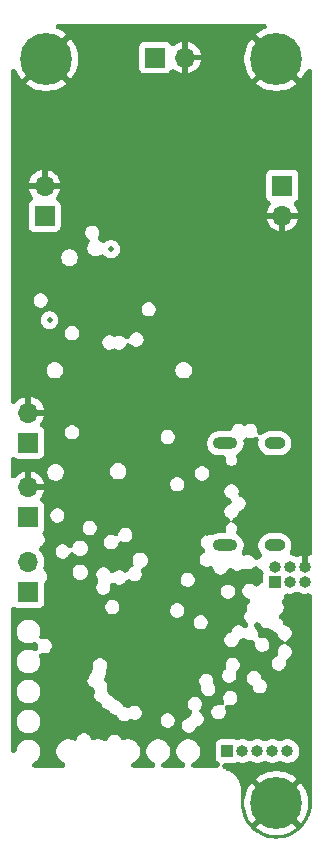
<source format=gbr>
%TF.GenerationSoftware,KiCad,Pcbnew,9.0.0*%
%TF.CreationDate,2025-11-26T22:34:46-05:00*%
%TF.ProjectId,pytheasFC_0.1.0,70797468-6561-4734-9643-5f302e312e30,0.1.0*%
%TF.SameCoordinates,PXbcd3d80PY660b0c0*%
%TF.FileFunction,Copper,L3,Inr*%
%TF.FilePolarity,Positive*%
%FSLAX46Y46*%
G04 Gerber Fmt 4.6, Leading zero omitted, Abs format (unit mm)*
G04 Created by KiCad (PCBNEW 9.0.0) date 2025-11-26 22:34:46*
%MOMM*%
%LPD*%
G01*
G04 APERTURE LIST*
%TA.AperFunction,ComponentPad*%
%ADD10R,1.000000X1.000000*%
%TD*%
%TA.AperFunction,ComponentPad*%
%ADD11O,1.000000X1.000000*%
%TD*%
%TA.AperFunction,ComponentPad*%
%ADD12C,0.700000*%
%TD*%
%TA.AperFunction,ComponentPad*%
%ADD13C,4.400000*%
%TD*%
%TA.AperFunction,ComponentPad*%
%ADD14R,1.700000X1.700000*%
%TD*%
%TA.AperFunction,ComponentPad*%
%ADD15O,1.700000X1.700000*%
%TD*%
%TA.AperFunction,HeatsinkPad*%
%ADD16O,2.100000X1.000000*%
%TD*%
%TA.AperFunction,HeatsinkPad*%
%ADD17O,1.800000X1.000000*%
%TD*%
%TA.AperFunction,ViaPad*%
%ADD18C,0.500000*%
%TD*%
%TA.AperFunction,ViaPad*%
%ADD19C,0.600000*%
%TD*%
G04 APERTURE END LIST*
D10*
%TO.N,/SWCLK*%
%TO.C,J4*%
X22860000Y22730000D03*
D11*
%TO.N,/SWDIO*%
X22860000Y24000000D03*
%TO.N,unconnected-(J4-Pin_3-Pad3)*%
X24130000Y22730000D03*
%TO.N,/~{RESET}*%
X24130000Y24000000D03*
%TO.N,+3V3*%
X25400000Y22730000D03*
%TO.N,GND*%
X25400000Y24000000D03*
%TD*%
D12*
%TO.N,GND*%
%TO.C,H1*%
X21350000Y4000000D03*
X21833274Y5166726D03*
X21833274Y2833274D03*
X23000000Y5650000D03*
D13*
X23000000Y4000000D03*
D12*
X23000000Y2350000D03*
X24166726Y5166726D03*
X24166726Y2833274D03*
X24650000Y4000000D03*
%TD*%
%TO.N,GND*%
%TO.C,H2*%
X21350000Y67000000D03*
X21833274Y68166726D03*
X21833274Y65833274D03*
X23000000Y68650000D03*
D13*
X23000000Y67000000D03*
D12*
X23000000Y65350000D03*
X24166726Y68166726D03*
X24166726Y65833274D03*
X24650000Y67000000D03*
%TD*%
D14*
%TO.N,+5V*%
%TO.C,J14*%
X23500000Y56275000D03*
D15*
%TO.N,GND*%
X23500000Y53735000D03*
%TD*%
D16*
%TO.N,/USB_SHIELD*%
%TO.C,USB*%
X18685000Y25830000D03*
D17*
X22865000Y25830000D03*
D16*
X18685000Y34470000D03*
D17*
X22865000Y34470000D03*
%TD*%
D14*
%TO.N,/I2C_SCL*%
%TO.C,J10*%
X2000000Y21860000D03*
D15*
%TO.N,/I2C_SDA*%
X2000000Y24400000D03*
%TD*%
D14*
%TO.N,+BATT*%
%TO.C,J15*%
X3375000Y53725000D03*
D15*
%TO.N,GND*%
X3375000Y56265000D03*
%TD*%
D14*
%TO.N,+5V*%
%TO.C,J13*%
X12725000Y67125000D03*
D15*
%TO.N,GND*%
X15265000Y67125000D03*
%TD*%
D14*
%TO.N,+3V3*%
%TO.C,J9*%
X2000000Y34525000D03*
D15*
%TO.N,GND*%
X2000000Y37065000D03*
%TD*%
D14*
%TO.N,+3V3*%
%TO.C,J8*%
X2000000Y28200000D03*
D15*
%TO.N,GND*%
X2000000Y30740000D03*
%TD*%
D10*
%TO.N,/xGPIO10*%
%TO.C,J7*%
X18860000Y8400000D03*
D11*
%TO.N,/xGPIO11*%
X20130000Y8400000D03*
%TO.N,/xGPIO12*%
X21400000Y8400000D03*
%TO.N,/xGPIO13*%
X22670000Y8400000D03*
%TO.N,/xGPIO14*%
X23940000Y8400000D03*
%TD*%
D12*
%TO.N,GND*%
%TO.C,H3*%
X1850000Y67000000D03*
X2333274Y68166726D03*
X2333274Y65833274D03*
X3500000Y68650000D03*
D13*
X3500000Y67000000D03*
D12*
X3500000Y65350000D03*
X4666726Y68166726D03*
X4666726Y65833274D03*
X5150000Y67000000D03*
%TD*%
D18*
%TO.N,GND*%
X23500000Y37000000D03*
X3500000Y36000000D03*
D19*
X25500000Y54000000D03*
D18*
X19794400Y38053165D03*
X15905161Y60923327D03*
X12000000Y59000000D03*
D19*
X19000000Y7000000D03*
X25500000Y40000000D03*
X25500000Y46000000D03*
X1000000Y55000000D03*
D18*
X16694966Y45729163D03*
X14000000Y55000000D03*
X14000000Y63000000D03*
D19*
X25500000Y50000000D03*
X3500000Y49500000D03*
X1000000Y63000000D03*
D18*
X18000000Y47000000D03*
X12000000Y22500000D03*
D19*
X25500000Y11000000D03*
D18*
X23500000Y39000000D03*
X5192937Y31507063D03*
X2000000Y32500000D03*
X3445194Y63000001D03*
X6000000Y61000000D03*
D19*
X1000000Y65000000D03*
D18*
X11000000Y37500000D03*
X10500000Y15700000D03*
X18000000Y53000000D03*
D19*
X25500000Y56000000D03*
X21000000Y69500000D03*
D18*
X7500000Y28500000D03*
X21387689Y43762448D03*
X5044774Y17000000D03*
X15000000Y15700000D03*
X14000000Y51000000D03*
X17159233Y26855874D03*
X23500000Y47000000D03*
D19*
X25500000Y13000000D03*
X25500000Y65000000D03*
D18*
X16000000Y59000000D03*
X14000000Y57000000D03*
X10000000Y65000000D03*
X15000000Y17700000D03*
X15348258Y47311071D03*
D19*
X1052562Y12274485D03*
D18*
X10500000Y13600000D03*
D19*
X25500000Y44000000D03*
D18*
X15538336Y31898031D03*
X23500000Y43000000D03*
X12000000Y61000000D03*
X3790207Y13265673D03*
X10000000Y63000000D03*
X17220900Y18519825D03*
D19*
X3663687Y7392632D03*
D18*
X8000000Y61000000D03*
X3462265Y58988328D03*
X14000000Y59000000D03*
D19*
X25500000Y58000000D03*
X17000000Y7500000D03*
D18*
X19500000Y23080000D03*
X12000000Y53000000D03*
X14000000Y53000000D03*
D19*
X1000000Y61000000D03*
D18*
X23500000Y45000000D03*
X13100000Y29900000D03*
X18000000Y51000000D03*
D19*
X13000000Y69500000D03*
D18*
X6916088Y14601000D03*
D19*
X1000000Y49500000D03*
X11687032Y7358490D03*
X15000000Y69500000D03*
X1000000Y57000000D03*
D18*
X16000000Y51000000D03*
D19*
X25500000Y38000000D03*
X25500000Y15000000D03*
X25500000Y34000000D03*
D18*
X21842914Y37097192D03*
X7370000Y10000000D03*
X23045467Y40947639D03*
X3787561Y20947639D03*
X12000000Y65000000D03*
D19*
X25500000Y42000000D03*
X19000000Y69500000D03*
X25500000Y48000000D03*
D18*
X17696571Y38056958D03*
X4584849Y22611198D03*
X16000000Y55000000D03*
X12180649Y42963670D03*
D19*
X25500000Y7000000D03*
D18*
X16000000Y57000000D03*
X12800000Y13600000D03*
D19*
X1000000Y59000000D03*
D18*
X12618116Y10457007D03*
D19*
X25500000Y52000000D03*
X25500000Y26000000D03*
D18*
X20900000Y27300000D03*
X16000000Y53000000D03*
X9000000Y35000000D03*
D19*
X7500000Y69500000D03*
D18*
X1000000Y38500000D03*
X6198094Y11578259D03*
D19*
X5500000Y69500000D03*
D18*
X5800000Y24500000D03*
D19*
X1000000Y53000000D03*
D18*
X4116620Y17000000D03*
X16698868Y36088109D03*
D19*
X25500000Y30000000D03*
D18*
X16695075Y37116159D03*
X16848813Y9752220D03*
X6000000Y45050000D03*
X6000000Y65000000D03*
X16638063Y43748933D03*
D19*
X25500000Y28000000D03*
X25500000Y32000000D03*
D18*
X14000000Y61000000D03*
X19627484Y40977987D03*
D19*
X17000000Y69500000D03*
D18*
X14000000Y49000000D03*
X21600000Y33000000D03*
X899000Y47000000D03*
X11500000Y39000000D03*
D19*
X25500000Y17000000D03*
D18*
X9000000Y37500000D03*
X16801987Y33344465D03*
X23500000Y49000000D03*
X16000000Y49000000D03*
X4418839Y29216233D03*
D19*
X25500000Y9000000D03*
D18*
X8000000Y65000000D03*
X8192349Y11782747D03*
X12000000Y55000000D03*
X12000000Y57000000D03*
X2500000Y43000000D03*
X21425624Y38129036D03*
X15000000Y13600000D03*
X10000000Y61000000D03*
D19*
X1097354Y9719971D03*
D18*
X12000000Y63000000D03*
X23500000Y51000000D03*
D19*
X25500000Y36000000D03*
D18*
X10500000Y35000000D03*
X14500000Y39500000D03*
X18000000Y49000000D03*
X8000000Y63000000D03*
X6000000Y63000000D03*
D19*
X5500000Y48000000D03*
D18*
%TO.N,/SW*%
X9000000Y50900000D03*
X3800000Y44900000D03*
%TD*%
%TA.AperFunction,Conductor*%
%TO.N,GND*%
G36*
X22026954Y69980546D02*
G01*
X22107736Y69926570D01*
X22161712Y69845788D01*
X22180666Y69750500D01*
X22161712Y69655212D01*
X22107736Y69574430D01*
X22026954Y69520454D01*
X22013906Y69515473D01*
X21965130Y69498406D01*
X21965114Y69498399D01*
X21691908Y69366831D01*
X21435125Y69205485D01*
X21275425Y69078129D01*
X22417263Y67936291D01*
X22283398Y67839033D01*
X22160967Y67716602D01*
X22063709Y67582737D01*
X20921871Y68724575D01*
X20794515Y68564875D01*
X20633169Y68308092D01*
X20501601Y68034886D01*
X20501594Y68034870D01*
X20401437Y67748640D01*
X20401434Y67748630D01*
X20333954Y67452981D01*
X20300000Y67151642D01*
X20300000Y66848359D01*
X20333954Y66547020D01*
X20401434Y66251371D01*
X20401437Y66251361D01*
X20501594Y65965131D01*
X20501601Y65965115D01*
X20633169Y65691909D01*
X20794515Y65435127D01*
X20921871Y65275427D01*
X22063708Y66417265D01*
X22160967Y66283398D01*
X22283398Y66160967D01*
X22417261Y66063711D01*
X21275424Y64921874D01*
X21435126Y64794516D01*
X21691908Y64633170D01*
X21965114Y64501602D01*
X21965130Y64501595D01*
X22251360Y64401438D01*
X22251370Y64401435D01*
X22547019Y64333955D01*
X22848358Y64300001D01*
X22848371Y64300000D01*
X23151629Y64300000D01*
X23151641Y64300001D01*
X23452980Y64333955D01*
X23748629Y64401435D01*
X23748639Y64401438D01*
X24034869Y64501595D01*
X24034885Y64501602D01*
X24308093Y64633171D01*
X24564872Y64794516D01*
X24724573Y64921874D01*
X23582737Y66063710D01*
X23716602Y66160967D01*
X23839033Y66283398D01*
X23936290Y66417263D01*
X25078126Y65275427D01*
X25205484Y65435128D01*
X25366829Y65691907D01*
X25498398Y65965115D01*
X25498405Y65965131D01*
X25515473Y66013906D01*
X25564835Y66097587D01*
X25642463Y66156008D01*
X25736539Y66180274D01*
X25832740Y66166693D01*
X25916421Y66117331D01*
X25974842Y66039703D01*
X25999108Y65945627D01*
X25999500Y65931666D01*
X25999500Y25203751D01*
X25980546Y25108463D01*
X25926570Y25027681D01*
X25845788Y24973705D01*
X25750500Y24954751D01*
X25701920Y24959536D01*
X25650001Y24969864D01*
X25650000Y24969864D01*
X25650000Y24249000D01*
X25643466Y24216152D01*
X25599554Y24260064D01*
X25525445Y24302851D01*
X25442787Y24325000D01*
X25357213Y24325000D01*
X25274555Y24302851D01*
X25200446Y24260064D01*
X25156533Y24216152D01*
X25150000Y24249000D01*
X25150000Y24969864D01*
X25149999Y24969864D01*
X25108308Y24961570D01*
X24926327Y24886192D01*
X24926320Y24886188D01*
X24903783Y24871129D01*
X24814022Y24833951D01*
X24716867Y24833952D01*
X24678581Y24844811D01*
X24651310Y24854963D01*
X24603914Y24886632D01*
X24421835Y24962051D01*
X24296848Y24986913D01*
X24278137Y24993878D01*
X24253455Y25009103D01*
X24226667Y25020199D01*
X24212500Y25034366D01*
X24195448Y25044884D01*
X24178472Y25068394D01*
X24157968Y25088898D01*
X24150300Y25107410D01*
X24138573Y25123651D01*
X24131886Y25151866D01*
X24120789Y25178658D01*
X24120789Y25198693D01*
X24116169Y25218188D01*
X24120789Y25246818D01*
X24120790Y25275813D01*
X24128456Y25294322D01*
X24131649Y25314102D01*
X24146873Y25338784D01*
X24148899Y25343675D01*
X24145865Y25345297D01*
X24151625Y25356077D01*
X24151632Y25356086D01*
X24227051Y25538165D01*
X24265500Y25731459D01*
X24265500Y25928541D01*
X24237717Y26068216D01*
X24227052Y26121831D01*
X24227051Y26121833D01*
X24227051Y26121835D01*
X24151632Y26303914D01*
X24042139Y26467782D01*
X23902782Y26607139D01*
X23891011Y26615004D01*
X23810625Y26668716D01*
X23738914Y26716632D01*
X23738911Y26716634D01*
X23738908Y26716635D01*
X23556835Y26792051D01*
X23556830Y26792053D01*
X23363545Y26830500D01*
X23363541Y26830500D01*
X22366459Y26830500D01*
X22366454Y26830500D01*
X22173169Y26792053D01*
X22173164Y26792051D01*
X21991091Y26716635D01*
X21991084Y26716631D01*
X21827221Y26607142D01*
X21687858Y26467779D01*
X21578369Y26303916D01*
X21578365Y26303909D01*
X21502949Y26121836D01*
X21502947Y26121831D01*
X21464500Y25928546D01*
X21464500Y25731455D01*
X21502947Y25538170D01*
X21502949Y25538165D01*
X21578365Y25356092D01*
X21578369Y25356085D01*
X21683534Y25198693D01*
X21687861Y25192218D01*
X21690897Y25189182D01*
X21693281Y25185614D01*
X21695620Y25182764D01*
X21695339Y25182534D01*
X21744871Y25108403D01*
X21763825Y25013115D01*
X21744871Y24917827D01*
X21690895Y24837045D01*
X21678071Y24825094D01*
X21660019Y24809422D01*
X21607929Y24779347D01*
X21496125Y24667543D01*
X21495638Y24666700D01*
X21486308Y24658599D01*
X21451582Y24638780D01*
X21418349Y24616574D01*
X21409641Y24614843D01*
X21401929Y24610440D01*
X21362266Y24605419D01*
X21323061Y24597620D01*
X21314352Y24599353D01*
X21305544Y24598237D01*
X21266984Y24608775D01*
X21227773Y24616574D01*
X21220389Y24621508D01*
X21211825Y24623848D01*
X21180229Y24648342D01*
X21146992Y24670551D01*
X21140252Y24679334D01*
X21135041Y24683374D01*
X21128910Y24694116D01*
X21107423Y24722118D01*
X21080520Y24768716D01*
X20968716Y24880520D01*
X20958130Y24886632D01*
X20831783Y24959578D01*
X20679057Y25000500D01*
X20520943Y25000500D01*
X20520942Y25000500D01*
X20384172Y24963853D01*
X20287225Y24957499D01*
X20195227Y24988729D01*
X20122182Y25052788D01*
X20079211Y25139924D01*
X20072857Y25236871D01*
X20104087Y25328869D01*
X20112694Y25342710D01*
X20113339Y25343675D01*
X20121632Y25356086D01*
X20197051Y25538165D01*
X20235500Y25731459D01*
X20235500Y25928541D01*
X20207717Y26068216D01*
X20197052Y26121831D01*
X20197051Y26121833D01*
X20197051Y26121835D01*
X20121632Y26303914D01*
X20012139Y26467782D01*
X19872782Y26607139D01*
X19861011Y26615004D01*
X19698743Y26723428D01*
X19700200Y26725610D01*
X19640196Y26774857D01*
X19594400Y26860541D01*
X19584880Y26957229D01*
X19613085Y27050200D01*
X19617040Y27057316D01*
X19623333Y27068216D01*
X19628095Y27076464D01*
X19660500Y27197399D01*
X19660500Y27322601D01*
X19628095Y27443536D01*
X19577146Y27531784D01*
X19565498Y27551960D01*
X19565496Y27551962D01*
X19565495Y27551964D01*
X19476964Y27640495D01*
X19391185Y27690019D01*
X19318140Y27754077D01*
X19275169Y27841213D01*
X19268814Y27938160D01*
X19300043Y28030159D01*
X19364101Y28103204D01*
X19420397Y28135707D01*
X19431775Y28140421D01*
X19431784Y28140423D01*
X19568716Y28219480D01*
X19680520Y28331284D01*
X19759577Y28468216D01*
X19800500Y28620943D01*
X19800500Y28620944D01*
X19800535Y28621074D01*
X19843506Y28708210D01*
X19916551Y28772269D01*
X19976606Y28797145D01*
X20032643Y28812160D01*
X20169575Y28891217D01*
X20281379Y29003021D01*
X20360436Y29139953D01*
X20401359Y29292680D01*
X20401359Y29450794D01*
X20360436Y29603521D01*
X20281379Y29740453D01*
X20169575Y29852257D01*
X20168946Y29852620D01*
X20032641Y29931315D01*
X20032636Y29931317D01*
X19959159Y29951005D01*
X19872023Y29993975D01*
X19807965Y30067020D01*
X19776735Y30159019D01*
X19783090Y30255966D01*
X19783090Y30255967D01*
X19800500Y30320941D01*
X19800500Y30479058D01*
X19759577Y30631784D01*
X19680521Y30768714D01*
X19680520Y30768716D01*
X19568716Y30880520D01*
X19498701Y30920943D01*
X19431783Y30959578D01*
X19279057Y31000500D01*
X19120943Y31000500D01*
X18968216Y30959578D01*
X18831286Y30880522D01*
X18719478Y30768714D01*
X18640422Y30631784D01*
X18599500Y30479058D01*
X18599500Y30320943D01*
X18640422Y30168217D01*
X18719478Y30031287D01*
X18719480Y30031284D01*
X18831284Y29919480D01*
X18968216Y29840423D01*
X19041697Y29820734D01*
X19041699Y29820733D01*
X19128835Y29777763D01*
X19192893Y29704718D01*
X19200017Y29683731D01*
X19224123Y29612721D01*
X19217769Y29515774D01*
X19217768Y29515772D01*
X19200322Y29450663D01*
X19157352Y29363527D01*
X19084307Y29299469D01*
X19024256Y29274594D01*
X18968218Y29259578D01*
X18968217Y29259578D01*
X18831286Y29180522D01*
X18719478Y29068714D01*
X18640422Y28931784D01*
X18599500Y28779058D01*
X18599500Y28620943D01*
X18640422Y28468217D01*
X18662506Y28429966D01*
X18719480Y28331284D01*
X18831284Y28219480D01*
X18831286Y28219479D01*
X18982350Y28132263D01*
X18981171Y28130221D01*
X19042906Y28088977D01*
X19096888Y28008199D01*
X19115848Y27912912D01*
X19096900Y27817623D01*
X19042929Y27736838D01*
X18991348Y27697256D01*
X18893039Y27640498D01*
X18804501Y27551960D01*
X18741908Y27443543D01*
X18741903Y27443532D01*
X18709500Y27322601D01*
X18709500Y27197399D01*
X18723823Y27143946D01*
X18730178Y27047001D01*
X18698949Y26955002D01*
X18634891Y26881956D01*
X18547756Y26838985D01*
X18483308Y26830500D01*
X18036454Y26830500D01*
X17843169Y26792053D01*
X17843164Y26792051D01*
X17661094Y26716636D01*
X17661082Y26716630D01*
X17628310Y26694732D01*
X17538550Y26657553D01*
X17441395Y26657554D01*
X17425529Y26661253D01*
X17300583Y26694732D01*
X17279057Y26700500D01*
X17120943Y26700500D01*
X16968216Y26659578D01*
X16831286Y26580522D01*
X16719478Y26468714D01*
X16640422Y26331784D01*
X16599500Y26179058D01*
X16599500Y26020943D01*
X16640422Y25868217D01*
X16719378Y25731460D01*
X16719480Y25731284D01*
X16831284Y25619480D01*
X16874537Y25594508D01*
X16947580Y25530452D01*
X16990552Y25443317D01*
X16996907Y25346370D01*
X16965679Y25254370D01*
X16901621Y25181325D01*
X16874537Y25163228D01*
X16731288Y25080524D01*
X16619478Y24968714D01*
X16540422Y24831784D01*
X16499500Y24679058D01*
X16499500Y24520943D01*
X16540422Y24368217D01*
X16619478Y24231287D01*
X16619480Y24231284D01*
X16731284Y24119480D01*
X16868216Y24040423D01*
X17020943Y23999500D01*
X17179057Y23999500D01*
X17331784Y24040423D01*
X17331790Y24040427D01*
X17334529Y24041560D01*
X17340345Y24042718D01*
X17347548Y24044647D01*
X17347674Y24044176D01*
X17429817Y24060516D01*
X17525106Y24041564D01*
X17605888Y23987589D01*
X17659866Y23906809D01*
X17670337Y23875962D01*
X17712603Y23718223D01*
X17712605Y23718218D01*
X17712606Y23718216D01*
X17734370Y23680520D01*
X17773580Y23612604D01*
X17791663Y23581284D01*
X17903467Y23469480D01*
X18040399Y23390423D01*
X18193126Y23349500D01*
X18351240Y23349500D01*
X18503967Y23390423D01*
X18640899Y23469480D01*
X18752703Y23581284D01*
X18831760Y23718216D01*
X18836220Y23734862D01*
X18879188Y23821995D01*
X18952231Y23886056D01*
X19044230Y23917287D01*
X19141177Y23910935D01*
X19228313Y23867966D01*
X19252797Y23846496D01*
X19321384Y23777909D01*
X19458316Y23698852D01*
X19611043Y23657929D01*
X19769157Y23657929D01*
X19921884Y23698852D01*
X20058816Y23777909D01*
X20076596Y23795690D01*
X20157371Y23849662D01*
X20252659Y23868618D01*
X20347947Y23849666D01*
X20358674Y23844376D01*
X20368212Y23840426D01*
X20368216Y23840423D01*
X20520943Y23799500D01*
X20679057Y23799500D01*
X20831784Y23840423D01*
X20968716Y23919480D01*
X21077515Y24028280D01*
X21158293Y24082254D01*
X21253581Y24101208D01*
X21348869Y24082254D01*
X21429651Y24028278D01*
X21469223Y23976707D01*
X21484353Y23950500D01*
X21496125Y23930111D01*
X21607929Y23818307D01*
X21744861Y23739250D01*
X21744866Y23739249D01*
X21757530Y23734003D01*
X21838312Y23680027D01*
X21892288Y23599245D01*
X21911243Y23503957D01*
X21895544Y23416942D01*
X21865909Y23337486D01*
X21859500Y23277877D01*
X21859500Y22814048D01*
X21840546Y22718760D01*
X21786570Y22637978D01*
X21760174Y22615054D01*
X21730138Y22592463D01*
X21719029Y22589486D01*
X21582097Y22510429D01*
X21470293Y22398625D01*
X21468654Y22395787D01*
X21449810Y22381613D01*
X21421526Y22368002D01*
X21395424Y22350561D01*
X21378141Y22347124D01*
X21362265Y22339483D01*
X21330924Y22337732D01*
X21300136Y22331607D01*
X21282855Y22335045D01*
X21265261Y22334061D01*
X21235631Y22344438D01*
X21204848Y22350561D01*
X21190198Y22360350D01*
X21173567Y22366174D01*
X21150167Y22387098D01*
X21124069Y22404535D01*
X21095775Y22432829D01*
X21095772Y22432831D01*
X20958842Y22511887D01*
X20806116Y22552809D01*
X20648002Y22552809D01*
X20495275Y22511887D01*
X20358345Y22432831D01*
X20246537Y22321023D01*
X20167481Y22184093D01*
X20126559Y22031367D01*
X20126559Y21873252D01*
X20167481Y21720526D01*
X20246537Y21583596D01*
X20246539Y21583593D01*
X20358343Y21471789D01*
X20495275Y21392732D01*
X20495278Y21392732D01*
X20495281Y21392730D01*
X20616820Y21360163D01*
X20703956Y21317193D01*
X20768014Y21244148D01*
X20799244Y21152149D01*
X20792889Y21055202D01*
X20749919Y20968066D01*
X20728444Y20943579D01*
X20609470Y20824605D01*
X20609469Y20824603D01*
X20530412Y20687672D01*
X20489490Y20534946D01*
X20489490Y20376829D01*
X20491620Y20360648D01*
X20488063Y20360180D01*
X20492503Y20292297D01*
X20461260Y20200302D01*
X20421714Y20148771D01*
X20419483Y20146541D01*
X20419479Y20146535D01*
X20340421Y20009602D01*
X20299499Y19856876D01*
X20299499Y19698761D01*
X20340421Y19546035D01*
X20419477Y19409105D01*
X20419479Y19409102D01*
X20531283Y19297298D01*
X20531288Y19297295D01*
X20532831Y19296111D01*
X20532833Y19296109D01*
X20532836Y19296107D01*
X20535408Y19293174D01*
X20542824Y19285758D01*
X20542337Y19285272D01*
X20556467Y19269160D01*
X20596891Y19223067D01*
X20596892Y19223063D01*
X20596894Y19223061D01*
X20605457Y19197834D01*
X20628122Y19131069D01*
X20628121Y19131066D01*
X20628123Y19131062D01*
X20625300Y19088001D01*
X20621770Y19034122D01*
X20621768Y19034119D01*
X20621768Y19034115D01*
X20600876Y18991752D01*
X20578801Y18946985D01*
X20578798Y18946983D01*
X20578797Y18946980D01*
X20556743Y18927640D01*
X20505757Y18882925D01*
X20505751Y18882922D01*
X20487720Y18872512D01*
X20395721Y18841283D01*
X20298774Y18847638D01*
X20211639Y18890609D01*
X20187160Y18912076D01*
X20168716Y18930520D01*
X20167388Y18931287D01*
X20031783Y19009578D01*
X19879057Y19050500D01*
X19720943Y19050500D01*
X19568216Y19009578D01*
X19431286Y18930522D01*
X19319478Y18818714D01*
X19240422Y18681783D01*
X19240420Y18681778D01*
X19205672Y18552096D01*
X19162702Y18464960D01*
X19089657Y18400901D01*
X19029604Y18376027D01*
X18968220Y18359580D01*
X18968217Y18359578D01*
X18831286Y18280522D01*
X18719478Y18168714D01*
X18640422Y18031784D01*
X18599500Y17879058D01*
X18599500Y17720943D01*
X18640422Y17568217D01*
X18719478Y17431287D01*
X18719480Y17431284D01*
X18831284Y17319480D01*
X18968216Y17240423D01*
X19120943Y17199500D01*
X19279057Y17199500D01*
X19431784Y17240423D01*
X19568716Y17319480D01*
X19680520Y17431284D01*
X19759577Y17568216D01*
X19794327Y17697906D01*
X19837296Y17785039D01*
X19910341Y17849099D01*
X19932493Y17860452D01*
X19950892Y17868749D01*
X20031784Y17890423D01*
X20148807Y17957986D01*
X20160163Y17963106D01*
X20195584Y17971297D01*
X20230012Y17982983D01*
X20242565Y17982161D01*
X20254821Y17984994D01*
X20290682Y17979006D01*
X20326959Y17976628D01*
X20338239Y17971066D01*
X20350649Y17968993D01*
X20381492Y17949735D01*
X20414094Y17933657D01*
X20431036Y17918800D01*
X20433059Y17917537D01*
X20434033Y17916172D01*
X20438573Y17912191D01*
X20457019Y17893745D01*
X20593951Y17814688D01*
X20746678Y17773765D01*
X20904796Y17773765D01*
X20920977Y17775895D01*
X20921487Y17772020D01*
X20987668Y17776374D01*
X21079675Y17745168D01*
X21152736Y17681128D01*
X21195729Y17594003D01*
X21202108Y17497058D01*
X21201399Y17493489D01*
X21199500Y17479061D01*
X21199500Y17320943D01*
X21240422Y17168217D01*
X21275711Y17107094D01*
X21319480Y17031284D01*
X21431284Y16919480D01*
X21568216Y16840423D01*
X21720943Y16799500D01*
X21879057Y16799500D01*
X22031784Y16840423D01*
X22168716Y16919480D01*
X22280520Y17031284D01*
X22359577Y17168216D01*
X22400500Y17320943D01*
X22400500Y17479057D01*
X22384304Y17539500D01*
X22359577Y17631784D01*
X22331088Y17681128D01*
X22280520Y17768716D01*
X22168716Y17880520D01*
X22168713Y17880522D01*
X22031783Y17959578D01*
X21879057Y18000500D01*
X21720943Y18000500D01*
X21720939Y18000500D01*
X21704758Y17998370D01*
X21704249Y18002236D01*
X21637900Y17997914D01*
X21545914Y18029182D01*
X21472896Y18093271D01*
X21429962Y18180425D01*
X21423648Y18277374D01*
X21424354Y18280923D01*
X21426235Y18295204D01*
X21426235Y18453323D01*
X21385312Y18606049D01*
X21341587Y18681784D01*
X21306255Y18742981D01*
X21194451Y18854785D01*
X21194445Y18854789D01*
X21192900Y18855974D01*
X21190326Y18858909D01*
X21182910Y18866325D01*
X21183396Y18866812D01*
X21180086Y18870586D01*
X21128839Y18929021D01*
X21098924Y19017150D01*
X21097611Y19021017D01*
X21097611Y19021018D01*
X21097610Y19021021D01*
X21103904Y19117042D01*
X21103964Y19117964D01*
X21104046Y19118130D01*
X21133124Y19177097D01*
X21146933Y19205101D01*
X21155335Y19212469D01*
X21219976Y19269160D01*
X21268715Y19297298D01*
X21268717Y19297301D01*
X21279646Y19303610D01*
X21371646Y19334839D01*
X21468592Y19328484D01*
X21555728Y19285514D01*
X21619787Y19212469D01*
X21634190Y19183262D01*
X21640421Y19168220D01*
X21640422Y19168217D01*
X21640423Y19168216D01*
X21661874Y19131062D01*
X21717845Y19034115D01*
X21719480Y19031284D01*
X21831284Y18919480D01*
X21968216Y18840423D01*
X22120943Y18799500D01*
X22279061Y18799500D01*
X22295242Y18801630D01*
X22295462Y18799958D01*
X22372954Y18805038D01*
X22464953Y18773810D01*
X22516527Y18734238D01*
X22519478Y18731287D01*
X22519480Y18731284D01*
X22631284Y18619480D01*
X22768216Y18540423D01*
X22920943Y18499500D01*
X22920944Y18499500D01*
X22922903Y18498975D01*
X23010039Y18456004D01*
X23074098Y18382960D01*
X23098973Y18322905D01*
X23140420Y18168223D01*
X23140422Y18168218D01*
X23205395Y18055679D01*
X23219480Y18031284D01*
X23331284Y17919480D01*
X23468216Y17840423D01*
X23468218Y17840423D01*
X23483297Y17834176D01*
X23482860Y17833123D01*
X23555005Y17797545D01*
X23619064Y17724500D01*
X23650293Y17632501D01*
X23643938Y17535554D01*
X23600968Y17448418D01*
X23527923Y17384359D01*
X23483278Y17365868D01*
X23483297Y17365824D01*
X23468217Y17359578D01*
X23331286Y17280522D01*
X23219478Y17168714D01*
X23140422Y17031784D01*
X23099500Y16879058D01*
X23099500Y16720942D01*
X23117021Y16655551D01*
X23123375Y16558604D01*
X23092145Y16466605D01*
X23028086Y16393560D01*
X22971806Y16361065D01*
X22968221Y16359580D01*
X22831286Y16280522D01*
X22719478Y16168714D01*
X22640422Y16031784D01*
X22599500Y15879058D01*
X22599500Y15720943D01*
X22640422Y15568217D01*
X22719478Y15431287D01*
X22719480Y15431284D01*
X22831284Y15319480D01*
X22968216Y15240423D01*
X23120943Y15199500D01*
X23279057Y15199500D01*
X23431784Y15240423D01*
X23568716Y15319480D01*
X23680520Y15431284D01*
X23759577Y15568216D01*
X23800500Y15720943D01*
X23800500Y15879057D01*
X23800500Y15879058D01*
X23800500Y15879060D01*
X23782979Y15944448D01*
X23776624Y16041395D01*
X23807853Y16133394D01*
X23871912Y16206439D01*
X23928207Y16238942D01*
X23931776Y16240421D01*
X23931784Y16240423D01*
X24068716Y16319480D01*
X24180520Y16431284D01*
X24259577Y16568216D01*
X24300500Y16720943D01*
X24300500Y16879057D01*
X24298470Y16886632D01*
X24259577Y17031784D01*
X24216097Y17107094D01*
X24180520Y17168716D01*
X24068716Y17280520D01*
X24001236Y17319479D01*
X23931782Y17359578D01*
X23916703Y17365824D01*
X23917139Y17366879D01*
X23844997Y17402453D01*
X23780937Y17475497D01*
X23749707Y17567495D01*
X23756060Y17664442D01*
X23799029Y17751579D01*
X23872073Y17815639D01*
X23916721Y17834133D01*
X23916703Y17834176D01*
X23931778Y17840422D01*
X23931784Y17840423D01*
X24068716Y17919480D01*
X24180520Y18031284D01*
X24259577Y18168216D01*
X24300500Y18320943D01*
X24300500Y18479057D01*
X24295022Y18499500D01*
X24259577Y18631784D01*
X24230710Y18681784D01*
X24180520Y18768716D01*
X24068716Y18880520D01*
X24064550Y18882925D01*
X23953603Y18946980D01*
X23931784Y18959577D01*
X23931783Y18959578D01*
X23931782Y18959578D01*
X23931777Y18959580D01*
X23777095Y19001027D01*
X23689959Y19043997D01*
X23625900Y19117042D01*
X23601025Y19177097D01*
X23595469Y19197834D01*
X23559577Y19331784D01*
X23480520Y19468716D01*
X23368716Y19580520D01*
X23368713Y19580522D01*
X23328614Y19603673D01*
X23255568Y19667732D01*
X23212598Y19754867D01*
X23206243Y19851814D01*
X23237472Y19943813D01*
X23301531Y20016859D01*
X23328603Y20034949D01*
X23407625Y20080571D01*
X23519429Y20192375D01*
X23598486Y20329307D01*
X23639409Y20482034D01*
X23639409Y20640148D01*
X23628983Y20679057D01*
X23598486Y20792875D01*
X23511269Y20943941D01*
X23513917Y20945471D01*
X23482652Y21008866D01*
X23476295Y21105813D01*
X23492825Y21167891D01*
X23510725Y21211490D01*
X23530520Y21231284D01*
X23609577Y21368216D01*
X23650500Y21520943D01*
X23650500Y21551929D01*
X23668805Y21596513D01*
X23678098Y21610517D01*
X23683500Y21626431D01*
X23704725Y21650637D01*
X23722529Y21677462D01*
X23736474Y21686843D01*
X23747555Y21699479D01*
X23776428Y21713720D01*
X23803142Y21731689D01*
X23819616Y21735020D01*
X23834689Y21742453D01*
X23866810Y21744560D01*
X23898371Y21750940D01*
X23914866Y21747713D01*
X23931635Y21748812D01*
X23947722Y21746157D01*
X24031459Y21729500D01*
X24228541Y21729500D01*
X24421835Y21767949D01*
X24603914Y21843368D01*
X24603917Y21843371D01*
X24603919Y21843371D01*
X24626661Y21858567D01*
X24716420Y21895748D01*
X24813575Y21895749D01*
X24903330Y21858573D01*
X24903338Y21858568D01*
X24903339Y21858567D01*
X24926080Y21843371D01*
X24926084Y21843369D01*
X24926086Y21843368D01*
X25108165Y21767949D01*
X25108167Y21767949D01*
X25108169Y21767948D01*
X25273708Y21735020D01*
X25301459Y21729500D01*
X25498541Y21729500D01*
X25691835Y21767949D01*
X25691838Y21767951D01*
X25701921Y21769956D01*
X25799076Y21769957D01*
X25888836Y21732778D01*
X25957535Y21664079D01*
X25994715Y21574320D01*
X25999500Y21525741D01*
X25999500Y7100000D01*
X20700000Y7100000D01*
X19049706Y6703930D01*
X19006893Y6728648D01*
X18886697Y6798043D01*
X18886695Y6798044D01*
X18886693Y6798045D01*
X18886689Y6798047D01*
X18644415Y6898400D01*
X18601174Y6909986D01*
X18514039Y6952957D01*
X18449981Y7026003D01*
X18418752Y7118002D01*
X18425107Y7214949D01*
X18468078Y7302084D01*
X18541124Y7366142D01*
X18633123Y7397371D01*
X18665611Y7399501D01*
X19407872Y7399501D01*
X19467483Y7405909D01*
X19602331Y7456204D01*
X19602333Y7456206D01*
X19611442Y7459603D01*
X19707346Y7475143D01*
X19793741Y7456350D01*
X19838165Y7437949D01*
X20031459Y7399500D01*
X20228541Y7399500D01*
X20421835Y7437949D01*
X20603914Y7513368D01*
X20603917Y7513371D01*
X20603919Y7513371D01*
X20626661Y7528567D01*
X20716420Y7565748D01*
X20813575Y7565749D01*
X20903330Y7528573D01*
X20903338Y7528568D01*
X20903339Y7528567D01*
X20926080Y7513371D01*
X20926084Y7513369D01*
X20926086Y7513368D01*
X21108165Y7437949D01*
X21108167Y7437949D01*
X21108169Y7437948D01*
X21269234Y7405910D01*
X21301459Y7399500D01*
X21498541Y7399500D01*
X21691835Y7437949D01*
X21873914Y7513368D01*
X21873917Y7513371D01*
X21873919Y7513371D01*
X21896661Y7528567D01*
X21986420Y7565748D01*
X22083575Y7565749D01*
X22173330Y7528573D01*
X22173338Y7528568D01*
X22173339Y7528567D01*
X22196080Y7513371D01*
X22196084Y7513369D01*
X22196086Y7513368D01*
X22378165Y7437949D01*
X22378167Y7437949D01*
X22378169Y7437948D01*
X22539234Y7405910D01*
X22571459Y7399500D01*
X22768541Y7399500D01*
X22961835Y7437949D01*
X23143914Y7513368D01*
X23143917Y7513371D01*
X23143919Y7513371D01*
X23166661Y7528567D01*
X23256420Y7565748D01*
X23353575Y7565749D01*
X23443330Y7528573D01*
X23443338Y7528568D01*
X23443339Y7528567D01*
X23466080Y7513371D01*
X23466084Y7513369D01*
X23466086Y7513368D01*
X23648165Y7437949D01*
X23648167Y7437949D01*
X23648169Y7437948D01*
X23809234Y7405910D01*
X23841459Y7399500D01*
X24038541Y7399500D01*
X24231835Y7437949D01*
X24413914Y7513368D01*
X24577782Y7622861D01*
X24717139Y7762218D01*
X24826632Y7926086D01*
X24902051Y8108165D01*
X24940500Y8301459D01*
X24940500Y8498541D01*
X24924188Y8580546D01*
X24902052Y8691831D01*
X24902051Y8691833D01*
X24902051Y8691835D01*
X24826632Y8873914D01*
X24717139Y9037782D01*
X24577782Y9177139D01*
X24413914Y9286632D01*
X24413911Y9286634D01*
X24413908Y9286635D01*
X24231835Y9362051D01*
X24231830Y9362053D01*
X24038545Y9400500D01*
X24038541Y9400500D01*
X23841459Y9400500D01*
X23841454Y9400500D01*
X23648169Y9362053D01*
X23648164Y9362051D01*
X23466091Y9286635D01*
X23466081Y9286630D01*
X23443335Y9271431D01*
X23353575Y9234252D01*
X23256420Y9234253D01*
X23166665Y9271431D01*
X23143918Y9286630D01*
X23143908Y9286635D01*
X22961835Y9362051D01*
X22961830Y9362053D01*
X22768545Y9400500D01*
X22768541Y9400500D01*
X22571459Y9400500D01*
X22571454Y9400500D01*
X22378169Y9362053D01*
X22378164Y9362051D01*
X22196091Y9286635D01*
X22196081Y9286630D01*
X22173335Y9271431D01*
X22083575Y9234252D01*
X21986420Y9234253D01*
X21896665Y9271431D01*
X21873918Y9286630D01*
X21873908Y9286635D01*
X21691835Y9362051D01*
X21691830Y9362053D01*
X21498545Y9400500D01*
X21498541Y9400500D01*
X21301459Y9400500D01*
X21301454Y9400500D01*
X21108169Y9362053D01*
X21108164Y9362051D01*
X20926091Y9286635D01*
X20926081Y9286630D01*
X20903335Y9271431D01*
X20813575Y9234252D01*
X20716420Y9234253D01*
X20626665Y9271431D01*
X20603918Y9286630D01*
X20603908Y9286635D01*
X20421835Y9362051D01*
X20421830Y9362053D01*
X20228545Y9400500D01*
X20228541Y9400500D01*
X20031459Y9400500D01*
X20031454Y9400500D01*
X19838167Y9362052D01*
X19838165Y9362052D01*
X19793741Y9343651D01*
X19698452Y9324699D01*
X19611442Y9340398D01*
X19467483Y9394092D01*
X19407873Y9400500D01*
X18312134Y9400500D01*
X18312130Y9400500D01*
X18312128Y9400499D01*
X18299314Y9399122D01*
X18252519Y9394092D01*
X18252515Y9394091D01*
X18117670Y9343797D01*
X18002455Y9257547D01*
X18002453Y9257545D01*
X17916204Y9142331D01*
X17865908Y9007482D01*
X17859500Y8947877D01*
X17859500Y7852135D01*
X17859501Y7852131D01*
X17865908Y7792520D01*
X17865909Y7792516D01*
X17884669Y7742218D01*
X17916204Y7657669D01*
X18002454Y7542454D01*
X18117475Y7456349D01*
X18127513Y7448835D01*
X18192436Y7376557D01*
X18224758Y7284936D01*
X18219557Y7187920D01*
X18177626Y7100280D01*
X18105348Y7035357D01*
X18013727Y7003035D01*
X17978292Y7000501D01*
X16027547Y7000501D01*
X15932259Y7019455D01*
X15851477Y7073431D01*
X15797501Y7154213D01*
X15778547Y7249501D01*
X15797501Y7344789D01*
X15851477Y7425571D01*
X15932253Y7479544D01*
X16013914Y7513368D01*
X16177782Y7622861D01*
X16317139Y7762218D01*
X16426632Y7926086D01*
X16502051Y8108165D01*
X16540500Y8301459D01*
X16540500Y8498541D01*
X16524188Y8580546D01*
X16502052Y8691831D01*
X16502051Y8691833D01*
X16502051Y8691835D01*
X16426632Y8873914D01*
X16317139Y9037782D01*
X16177782Y9177139D01*
X16013914Y9286632D01*
X16013911Y9286634D01*
X16013908Y9286635D01*
X15831835Y9362051D01*
X15831830Y9362053D01*
X15638545Y9400500D01*
X15638541Y9400500D01*
X15441459Y9400500D01*
X15441454Y9400500D01*
X15248169Y9362053D01*
X15248164Y9362051D01*
X15066091Y9286635D01*
X15066084Y9286631D01*
X14902221Y9177142D01*
X14762858Y9037779D01*
X14653369Y8873916D01*
X14653365Y8873909D01*
X14577949Y8691836D01*
X14577947Y8691831D01*
X14539500Y8498546D01*
X14539500Y8301455D01*
X14577947Y8108170D01*
X14577949Y8108165D01*
X14653365Y7926092D01*
X14653366Y7926089D01*
X14653368Y7926086D01*
X14702780Y7852135D01*
X14742616Y7792516D01*
X14762861Y7762218D01*
X14902218Y7622861D01*
X15066086Y7513368D01*
X15147739Y7479547D01*
X15228519Y7425572D01*
X15282496Y7344791D01*
X15301451Y7249503D01*
X15282498Y7154215D01*
X15228522Y7073433D01*
X15147741Y7019456D01*
X15052453Y7000501D01*
X13487548Y7000501D01*
X13392260Y7019455D01*
X13311478Y7073431D01*
X13257502Y7154213D01*
X13238548Y7249501D01*
X13257502Y7344789D01*
X13311478Y7425571D01*
X13392256Y7479545D01*
X13473914Y7513368D01*
X13637782Y7622861D01*
X13777139Y7762218D01*
X13886632Y7926086D01*
X13962051Y8108165D01*
X14000500Y8301459D01*
X14000500Y8498541D01*
X13984188Y8580546D01*
X13962052Y8691831D01*
X13962051Y8691833D01*
X13962051Y8691835D01*
X13886632Y8873914D01*
X13777139Y9037782D01*
X13637782Y9177139D01*
X13473914Y9286632D01*
X13473911Y9286634D01*
X13473908Y9286635D01*
X13291835Y9362051D01*
X13291830Y9362053D01*
X13098545Y9400500D01*
X13098541Y9400500D01*
X12901459Y9400500D01*
X12901454Y9400500D01*
X12708169Y9362053D01*
X12708164Y9362051D01*
X12526091Y9286635D01*
X12526084Y9286631D01*
X12362221Y9177142D01*
X12222858Y9037779D01*
X12113369Y8873916D01*
X12113365Y8873909D01*
X12037949Y8691836D01*
X12037947Y8691831D01*
X11999500Y8498546D01*
X11999500Y8301455D01*
X12037947Y8108170D01*
X12037949Y8108165D01*
X12113365Y7926092D01*
X12113366Y7926089D01*
X12113368Y7926086D01*
X12162780Y7852135D01*
X12202616Y7792516D01*
X12222861Y7762218D01*
X12362218Y7622861D01*
X12526086Y7513368D01*
X12607739Y7479547D01*
X12688519Y7425572D01*
X12742496Y7344791D01*
X12761451Y7249503D01*
X12742498Y7154215D01*
X12688522Y7073433D01*
X12607741Y7019456D01*
X12512453Y7000501D01*
X10947549Y7000501D01*
X10852261Y7019455D01*
X10771479Y7073431D01*
X10717503Y7154213D01*
X10698549Y7249501D01*
X10717503Y7344789D01*
X10771479Y7425571D01*
X10852258Y7479546D01*
X10933914Y7513368D01*
X11097782Y7622861D01*
X11237139Y7762218D01*
X11346632Y7926086D01*
X11422051Y8108165D01*
X11460500Y8301459D01*
X11460500Y8498541D01*
X11444188Y8580546D01*
X11422052Y8691831D01*
X11422051Y8691833D01*
X11422051Y8691835D01*
X11346632Y8873914D01*
X11237139Y9037782D01*
X11097782Y9177139D01*
X10933914Y9286632D01*
X10933911Y9286634D01*
X10933908Y9286635D01*
X10751835Y9362051D01*
X10751830Y9362053D01*
X10558545Y9400500D01*
X10558541Y9400500D01*
X10361459Y9400500D01*
X10361454Y9400500D01*
X10168169Y9362053D01*
X10168165Y9362052D01*
X10153360Y9355919D01*
X10058071Y9336968D01*
X9962783Y9355925D01*
X9882004Y9409904D01*
X9842438Y9461470D01*
X9780522Y9568713D01*
X9780521Y9568714D01*
X9780520Y9568716D01*
X9668716Y9680520D01*
X9668713Y9680522D01*
X9531783Y9759578D01*
X9379057Y9800500D01*
X9220943Y9800500D01*
X9068216Y9759578D01*
X8931286Y9680522D01*
X8819478Y9568714D01*
X8740422Y9431783D01*
X8734176Y9416703D01*
X8730559Y9418202D01*
X8701192Y9358680D01*
X8628134Y9294636D01*
X8536129Y9263425D01*
X8439183Y9269798D01*
X8405668Y9283044D01*
X8405216Y9281951D01*
X8211835Y9362051D01*
X8211830Y9362053D01*
X8018545Y9400500D01*
X8018541Y9400500D01*
X7821459Y9400500D01*
X7821454Y9400500D01*
X7628169Y9362053D01*
X7599648Y9350239D01*
X7504359Y9331287D01*
X7409071Y9350243D01*
X7328291Y9404221D01*
X7274316Y9485003D01*
X7263847Y9515847D01*
X7259577Y9531784D01*
X7180521Y9668714D01*
X7180520Y9668716D01*
X7068716Y9780520D01*
X7068713Y9780522D01*
X6931783Y9859578D01*
X6779057Y9900500D01*
X6620943Y9900500D01*
X6468216Y9859578D01*
X6331286Y9780522D01*
X6219478Y9668714D01*
X6140422Y9531783D01*
X6140421Y9531780D01*
X6126160Y9478557D01*
X6083190Y9391422D01*
X6010144Y9327363D01*
X5918145Y9296134D01*
X5821198Y9302489D01*
X5790365Y9312955D01*
X5671835Y9362051D01*
X5671830Y9362052D01*
X5671828Y9362053D01*
X5478545Y9400500D01*
X5478541Y9400500D01*
X5281459Y9400500D01*
X5281454Y9400500D01*
X5088169Y9362053D01*
X5088164Y9362051D01*
X4906091Y9286635D01*
X4906084Y9286631D01*
X4742221Y9177142D01*
X4602858Y9037779D01*
X4493369Y8873916D01*
X4493365Y8873909D01*
X4417949Y8691836D01*
X4417947Y8691831D01*
X4379500Y8498546D01*
X4379500Y8301455D01*
X4417947Y8108170D01*
X4417949Y8108165D01*
X4493365Y7926092D01*
X4493366Y7926089D01*
X4493368Y7926086D01*
X4542780Y7852135D01*
X4582616Y7792516D01*
X4602861Y7762218D01*
X4742218Y7622861D01*
X4906086Y7513368D01*
X4987743Y7479545D01*
X5068522Y7425571D01*
X5122498Y7344790D01*
X5141453Y7249501D01*
X5122500Y7154213D01*
X5068524Y7073431D01*
X4987743Y7019455D01*
X4892454Y7000500D01*
X2535832Y7000500D01*
X2440544Y7019454D01*
X2359762Y7073430D01*
X2305786Y7154212D01*
X2286832Y7249500D01*
X2305786Y7344788D01*
X2359762Y7425570D01*
X2440544Y7479546D01*
X2440543Y7479546D01*
X2473914Y7493368D01*
X2637782Y7602861D01*
X2777139Y7742218D01*
X2886632Y7906086D01*
X2962051Y8088165D01*
X3000500Y8281459D01*
X3000500Y8478541D01*
X2996521Y8498546D01*
X2962052Y8671831D01*
X2962051Y8671833D01*
X2962051Y8671835D01*
X2886632Y8853914D01*
X2777139Y9017782D01*
X2637782Y9157139D01*
X2607845Y9177142D01*
X2522374Y9234252D01*
X2473914Y9266632D01*
X2473911Y9266634D01*
X2473908Y9266635D01*
X2291835Y9342051D01*
X2291830Y9342053D01*
X2098545Y9380500D01*
X2098541Y9380500D01*
X1901459Y9380500D01*
X1901454Y9380500D01*
X1708169Y9342053D01*
X1708164Y9342051D01*
X1526091Y9266635D01*
X1526084Y9266631D01*
X1362221Y9157142D01*
X1222858Y9017779D01*
X1113369Y8853916D01*
X1113365Y8853909D01*
X1037949Y8671836D01*
X1037947Y8671831D01*
X999499Y8478540D01*
X998471Y8468103D01*
X990393Y8441479D01*
X986925Y8413874D01*
X976424Y8395437D01*
X970265Y8375133D01*
X952615Y8353629D01*
X938846Y8329450D01*
X922087Y8316433D01*
X908628Y8300033D01*
X884092Y8286920D01*
X862119Y8269851D01*
X841656Y8264239D01*
X822944Y8254237D01*
X795253Y8251511D01*
X768424Y8244152D01*
X747373Y8246797D01*
X726256Y8244718D01*
X699631Y8252796D01*
X672027Y8256264D01*
X653589Y8266765D01*
X633286Y8272924D01*
X611781Y8290574D01*
X587603Y8304343D01*
X574585Y8321102D01*
X558186Y8334561D01*
X545072Y8359097D01*
X528004Y8381070D01*
X522391Y8401533D01*
X512390Y8420245D01*
X502305Y8474765D01*
X501134Y8491147D01*
X500500Y8508900D01*
X500500Y11018546D01*
X999500Y11018546D01*
X999500Y10821455D01*
X1037947Y10628170D01*
X1037949Y10628165D01*
X1113365Y10446092D01*
X1113366Y10446089D01*
X1113368Y10446086D01*
X1222861Y10282218D01*
X1362218Y10142861D01*
X1526086Y10033368D01*
X1708165Y9957949D01*
X1708167Y9957949D01*
X1708169Y9957948D01*
X1896453Y9920496D01*
X1901459Y9919500D01*
X2098541Y9919500D01*
X2291835Y9957949D01*
X2473914Y10033368D01*
X2637782Y10142861D01*
X2777139Y10282218D01*
X2886632Y10446086D01*
X2962051Y10628165D01*
X3000500Y10821459D01*
X3000500Y11018541D01*
X2995864Y11041849D01*
X2962052Y11211831D01*
X2962051Y11211833D01*
X2962051Y11211835D01*
X2886632Y11393914D01*
X2777139Y11557782D01*
X2637782Y11697139D01*
X2586680Y11731284D01*
X2550403Y11755524D01*
X2473914Y11806632D01*
X2473911Y11806634D01*
X2473908Y11806635D01*
X2291835Y11882051D01*
X2291830Y11882053D01*
X2098545Y11920500D01*
X2098541Y11920500D01*
X1901459Y11920500D01*
X1901454Y11920500D01*
X1708169Y11882053D01*
X1708164Y11882051D01*
X1526091Y11806635D01*
X1526084Y11806631D01*
X1362221Y11697142D01*
X1222858Y11557779D01*
X1113369Y11393916D01*
X1113365Y11393909D01*
X1037949Y11211836D01*
X1037947Y11211831D01*
X999500Y11018546D01*
X500500Y11018546D01*
X500500Y13558546D01*
X999500Y13558546D01*
X999500Y13361455D01*
X1037947Y13168170D01*
X1037949Y13168165D01*
X1113365Y12986092D01*
X1113369Y12986085D01*
X1183903Y12880522D01*
X1222861Y12822218D01*
X1362218Y12682861D01*
X1526086Y12573368D01*
X1708165Y12497949D01*
X1708167Y12497949D01*
X1708169Y12497948D01*
X1896453Y12460496D01*
X1901459Y12459500D01*
X2098541Y12459500D01*
X2291835Y12497949D01*
X2473914Y12573368D01*
X2637782Y12682861D01*
X2777139Y12822218D01*
X2886632Y12986086D01*
X2962051Y13168165D01*
X3000500Y13361459D01*
X3000500Y13558541D01*
X2982087Y13651107D01*
X2962052Y13751831D01*
X2962051Y13751833D01*
X2962051Y13751835D01*
X2886632Y13933914D01*
X2777139Y14097782D01*
X2637782Y14237139D01*
X2637490Y14237334D01*
X2566210Y14284962D01*
X2473915Y14346631D01*
X2473914Y14346632D01*
X2473911Y14346634D01*
X2473908Y14346635D01*
X2291835Y14422051D01*
X2291830Y14422053D01*
X2098545Y14460500D01*
X2098541Y14460500D01*
X1901459Y14460500D01*
X1901454Y14460500D01*
X1708169Y14422053D01*
X1708164Y14422051D01*
X1526091Y14346635D01*
X1526084Y14346631D01*
X1362221Y14237142D01*
X1222858Y14097779D01*
X1113369Y13933916D01*
X1113365Y13933909D01*
X1037949Y13751836D01*
X1037947Y13751831D01*
X999500Y13558546D01*
X500500Y13558546D01*
X500500Y14475679D01*
X6985090Y14475679D01*
X6985090Y14317564D01*
X7026012Y14164838D01*
X7100248Y14036257D01*
X7105070Y14027905D01*
X7216874Y13916101D01*
X7353806Y13837044D01*
X7358938Y13835669D01*
X7362475Y13834721D01*
X7449611Y13791752D01*
X7513671Y13718708D01*
X7519242Y13708517D01*
X7531588Y13684626D01*
X7540423Y13651654D01*
X7618599Y13516247D01*
X7621264Y13511091D01*
X7633137Y13469895D01*
X7646924Y13429280D01*
X7646538Y13423398D01*
X7648170Y13417737D01*
X7643375Y13375136D01*
X7640570Y13332333D01*
X7599500Y13179058D01*
X7599500Y13020943D01*
X7640422Y12868217D01*
X7688391Y12785132D01*
X7719480Y12731284D01*
X7831284Y12619480D01*
X7968216Y12540423D01*
X7968219Y12540423D01*
X7968222Y12540421D01*
X8044036Y12520106D01*
X8131172Y12477136D01*
X8195231Y12404091D01*
X8220105Y12344039D01*
X8240421Y12268220D01*
X8240422Y12268218D01*
X8240423Y12268216D01*
X8243972Y12262069D01*
X8315360Y12138419D01*
X8319480Y12131284D01*
X8431284Y12019480D01*
X8533019Y11960744D01*
X8568216Y11940423D01*
X8736707Y11895276D01*
X8735817Y11891958D01*
X8800919Y11869872D01*
X8873976Y11805827D01*
X8892095Y11778716D01*
X8919480Y11731284D01*
X9031284Y11619480D01*
X9168216Y11540423D01*
X9320943Y11499500D01*
X9320946Y11499500D01*
X9337120Y11497370D01*
X9336817Y11495074D01*
X9409850Y11480546D01*
X9490632Y11426570D01*
X9544608Y11345788D01*
X9555078Y11314945D01*
X9561604Y11290587D01*
X9637865Y11158498D01*
X9640662Y11153654D01*
X9752466Y11041850D01*
X9889398Y10962793D01*
X10042125Y10921870D01*
X10200239Y10921870D01*
X10352966Y10962793D01*
X10489898Y11041850D01*
X10489904Y11041857D01*
X10502844Y11051784D01*
X10505086Y11048862D01*
X10561184Y11086364D01*
X10656468Y11105341D01*
X10751760Y11086410D01*
X10754267Y11085173D01*
X10768099Y11079445D01*
X10768103Y11079442D01*
X10920830Y11038519D01*
X11078944Y11038519D01*
X11230238Y11079058D01*
X13199500Y11079058D01*
X13199500Y10920943D01*
X13240422Y10768217D01*
X13319478Y10631287D01*
X13319480Y10631284D01*
X13431284Y10519480D01*
X13568216Y10440423D01*
X13720943Y10399500D01*
X13879057Y10399500D01*
X14031784Y10440423D01*
X14168716Y10519480D01*
X14280520Y10631284D01*
X14290260Y10648154D01*
X14990322Y10648154D01*
X14990322Y10490039D01*
X15031244Y10337313D01*
X15031245Y10337312D01*
X15110302Y10200380D01*
X15222106Y10088576D01*
X15359038Y10009519D01*
X15511765Y9968596D01*
X15669879Y9968596D01*
X15822606Y10009519D01*
X15959538Y10088576D01*
X16071342Y10200380D01*
X16150399Y10337312D01*
X16152288Y10344360D01*
X16195257Y10431496D01*
X16268302Y10495556D01*
X16328357Y10520433D01*
X16470029Y10558393D01*
X16606961Y10637450D01*
X16718765Y10749254D01*
X16797822Y10886186D01*
X16838745Y11038913D01*
X16838745Y11197027D01*
X16834778Y11211831D01*
X16797822Y11349754D01*
X16743806Y11443313D01*
X16718765Y11486686D01*
X16606961Y11598490D01*
X16591436Y11607453D01*
X16586191Y11610843D01*
X16555714Y11640401D01*
X16523801Y11668388D01*
X16520998Y11674071D01*
X16516449Y11678483D01*
X16499602Y11717457D01*
X16480830Y11755524D01*
X16480415Y11761847D01*
X16477901Y11767664D01*
X16477727Y11779058D01*
X17499500Y11779058D01*
X17499500Y11620943D01*
X17540422Y11468217D01*
X17597869Y11368716D01*
X17619480Y11331284D01*
X17731284Y11219480D01*
X17868216Y11140423D01*
X18020943Y11099500D01*
X18179057Y11099500D01*
X18331784Y11140423D01*
X18468716Y11219480D01*
X18580520Y11331284D01*
X18659577Y11468216D01*
X18700500Y11620943D01*
X18700500Y11779057D01*
X18695022Y11799500D01*
X18659577Y11931784D01*
X18642857Y11960744D01*
X18611628Y12052743D01*
X18617983Y12149690D01*
X18660954Y12236826D01*
X18733999Y12300884D01*
X18825998Y12332113D01*
X18922945Y12325758D01*
X19020940Y12299500D01*
X19020943Y12299500D01*
X19179057Y12299500D01*
X19331784Y12340423D01*
X19468716Y12419480D01*
X19580520Y12531284D01*
X19659577Y12668216D01*
X19700500Y12820943D01*
X19700500Y12979057D01*
X19700107Y12980522D01*
X19659577Y13131784D01*
X19635161Y13174074D01*
X19580520Y13268716D01*
X19468716Y13380520D01*
X19404254Y13417737D01*
X19331783Y13459578D01*
X19179057Y13500500D01*
X19020943Y13500500D01*
X18868216Y13459578D01*
X18731286Y13380522D01*
X18619478Y13268714D01*
X18540422Y13131784D01*
X18499500Y12979058D01*
X18499500Y12820943D01*
X18540423Y12668216D01*
X18557143Y12639255D01*
X18588371Y12547256D01*
X18582016Y12450309D01*
X18539044Y12363174D01*
X18465998Y12299116D01*
X18373999Y12267888D01*
X18277056Y12274242D01*
X18179058Y12300500D01*
X18179057Y12300500D01*
X18020943Y12300500D01*
X17868216Y12259578D01*
X17731286Y12180522D01*
X17619478Y12068714D01*
X17540422Y11931784D01*
X17499500Y11779058D01*
X16477727Y11779058D01*
X16477251Y11810113D01*
X16474475Y11852471D01*
X16476511Y11858472D01*
X16476415Y11864807D01*
X16492058Y11904271D01*
X16505704Y11944470D01*
X16510439Y11950642D01*
X16512217Y11955125D01*
X16520180Y11963337D01*
X16545273Y11996038D01*
X16580520Y12031284D01*
X16659577Y12168216D01*
X16700500Y12320943D01*
X16700500Y12479057D01*
X16695022Y12499500D01*
X16659577Y12631784D01*
X16615551Y12708040D01*
X16580520Y12768716D01*
X16468716Y12880520D01*
X16453124Y12889522D01*
X16453122Y12889524D01*
X16331783Y12959578D01*
X16179057Y13000500D01*
X16020943Y13000500D01*
X15868216Y12959578D01*
X15731286Y12880522D01*
X15619478Y12768714D01*
X15540422Y12631784D01*
X15499500Y12479058D01*
X15499500Y12320943D01*
X15540422Y12168217D01*
X15619478Y12031287D01*
X15619480Y12031284D01*
X15731284Y11919480D01*
X15741396Y11913642D01*
X15814441Y11849585D01*
X15857413Y11762450D01*
X15863769Y11665503D01*
X15832542Y11573504D01*
X15828424Y11566629D01*
X15813273Y11542235D01*
X15757725Y11486686D01*
X15678668Y11349754D01*
X15667238Y11307099D01*
X15647787Y11275779D01*
X15639297Y11266705D01*
X15633801Y11255560D01*
X15606353Y11231492D01*
X15581412Y11204832D01*
X15570094Y11199697D01*
X15560753Y11191505D01*
X15500709Y11166635D01*
X15359042Y11128676D01*
X15359039Y11128674D01*
X15222108Y11049618D01*
X15110300Y10937810D01*
X15031244Y10800880D01*
X14990322Y10648154D01*
X14290260Y10648154D01*
X14359577Y10768216D01*
X14400500Y10920943D01*
X14400500Y11079057D01*
X14395022Y11099500D01*
X14359577Y11231784D01*
X14345850Y11255560D01*
X14280520Y11368716D01*
X14168716Y11480520D01*
X14158040Y11486684D01*
X14031783Y11559578D01*
X13879057Y11600500D01*
X13720943Y11600500D01*
X13568216Y11559578D01*
X13431286Y11480522D01*
X13319478Y11368714D01*
X13240422Y11231784D01*
X13199500Y11079058D01*
X11230238Y11079058D01*
X11231671Y11079442D01*
X11368603Y11158499D01*
X11480407Y11270303D01*
X11559464Y11407235D01*
X11600387Y11559962D01*
X11600387Y11718076D01*
X11600281Y11718470D01*
X11559464Y11870803D01*
X11540141Y11904271D01*
X11480407Y12007735D01*
X11368603Y12119539D01*
X11368600Y12119541D01*
X11231670Y12198597D01*
X11078944Y12239519D01*
X10920830Y12239519D01*
X10768103Y12198597D01*
X10631172Y12119540D01*
X10618225Y12109605D01*
X10615987Y12112522D01*
X10559774Y12074980D01*
X10464482Y12056049D01*
X10402093Y12064007D01*
X10369343Y12072492D01*
X10352966Y12081947D01*
X10200239Y12122870D01*
X10174889Y12122870D01*
X10144172Y12130828D01*
X10128452Y12138419D01*
X10111332Y12141824D01*
X10085095Y12159355D01*
X10056683Y12173074D01*
X10045066Y12186101D01*
X10030550Y12195800D01*
X10013018Y12222038D01*
X9992020Y12245585D01*
X9986271Y12262069D01*
X9976574Y12276582D01*
X9966104Y12307425D01*
X9959577Y12331784D01*
X9908946Y12419480D01*
X9880520Y12468716D01*
X9768716Y12580520D01*
X9768713Y12580522D01*
X9631783Y12659578D01*
X9463293Y12704724D01*
X9464181Y12708040D01*
X9399036Y12730154D01*
X9325992Y12794214D01*
X9307897Y12821297D01*
X9280522Y12868713D01*
X9280521Y12868714D01*
X9280520Y12868716D01*
X9168716Y12980520D01*
X9159075Y12986086D01*
X9031782Y13059578D01*
X9031780Y13059579D01*
X8955961Y13079895D01*
X8868826Y13122866D01*
X8804768Y13195912D01*
X8793549Y13217768D01*
X8785158Y13236314D01*
X8759577Y13331784D01*
X8680520Y13468716D01*
X8679585Y13469651D01*
X8673085Y13484018D01*
X8664813Y13519580D01*
X8653075Y13554160D01*
X8653887Y13566553D01*
X8651074Y13578647D01*
X8657041Y13614671D01*
X8659430Y13651107D01*
X8664015Y13668216D01*
X8681549Y13733655D01*
X8700500Y13804379D01*
X8700500Y13962496D01*
X8659577Y14115222D01*
X8580521Y14252152D01*
X8580520Y14252154D01*
X8497390Y14335284D01*
X8446379Y14411629D01*
X16465434Y14411629D01*
X16465434Y14253514D01*
X16506356Y14100788D01*
X16543613Y14036257D01*
X16585414Y13963855D01*
X16585416Y13963853D01*
X16595348Y13950909D01*
X16592255Y13948536D01*
X16629158Y13893306D01*
X16648112Y13798018D01*
X16641770Y13749837D01*
X16641780Y13749835D01*
X16639650Y13733655D01*
X16639650Y13575538D01*
X16680572Y13422812D01*
X16728139Y13340423D01*
X16759630Y13285879D01*
X16871434Y13174075D01*
X17008366Y13095018D01*
X17161093Y13054095D01*
X17319207Y13054095D01*
X17471934Y13095018D01*
X17608866Y13174075D01*
X17720670Y13285879D01*
X17799727Y13422811D01*
X17840650Y13575538D01*
X17840650Y13733652D01*
X17817260Y13820943D01*
X17799727Y13886379D01*
X17762471Y13950909D01*
X17720670Y14023311D01*
X17720666Y14023315D01*
X17710736Y14036257D01*
X17713828Y14038630D01*
X17676924Y14093862D01*
X17657970Y14189150D01*
X17664315Y14237334D01*
X17664304Y14237335D01*
X17666434Y14253513D01*
X17666434Y14411629D01*
X17625511Y14564355D01*
X17596451Y14614689D01*
X17546454Y14701287D01*
X17434650Y14813091D01*
X17434647Y14813093D01*
X17355033Y14859058D01*
X18399500Y14859058D01*
X18399500Y14700943D01*
X18440422Y14548217D01*
X18516721Y14416062D01*
X18519480Y14411284D01*
X18631284Y14299480D01*
X18768216Y14220423D01*
X18920943Y14179500D01*
X19079057Y14179500D01*
X19231784Y14220423D01*
X19368716Y14299480D01*
X19480520Y14411284D01*
X19559577Y14548216D01*
X19594636Y14679058D01*
X20499500Y14679058D01*
X20499500Y14520943D01*
X20540422Y14368217D01*
X20619478Y14231287D01*
X20619480Y14231284D01*
X20731284Y14119480D01*
X20868216Y14040423D01*
X20868220Y14040422D01*
X20874998Y14036509D01*
X20948043Y13972451D01*
X20991015Y13885315D01*
X20997360Y13837119D01*
X20997370Y13837120D01*
X20999499Y13820947D01*
X21040422Y13668217D01*
X21109279Y13548953D01*
X21119480Y13531284D01*
X21231284Y13419480D01*
X21368216Y13340423D01*
X21520943Y13299500D01*
X21679057Y13299500D01*
X21831784Y13340423D01*
X21968716Y13419480D01*
X22080520Y13531284D01*
X22159577Y13668216D01*
X22200500Y13820943D01*
X22200500Y13979057D01*
X22188642Y14023310D01*
X22159577Y14131784D01*
X22080521Y14268714D01*
X22080520Y14268716D01*
X21968716Y14380520D01*
X21968713Y14380522D01*
X21968712Y14380523D01*
X21825000Y14463495D01*
X21751955Y14527553D01*
X21708985Y14614689D01*
X21702639Y14662882D01*
X21702630Y14662880D01*
X21700500Y14679054D01*
X21700500Y14679057D01*
X21659577Y14831784D01*
X21580520Y14968716D01*
X21468716Y15080520D01*
X21468713Y15080522D01*
X21331783Y15159578D01*
X21179057Y15200500D01*
X21020943Y15200500D01*
X20868216Y15159578D01*
X20731286Y15080522D01*
X20619478Y14968714D01*
X20540422Y14831784D01*
X20499500Y14679058D01*
X19594636Y14679058D01*
X19600500Y14700943D01*
X19600500Y14859057D01*
X19570012Y14972840D01*
X19567965Y14992345D01*
X19570654Y15021560D01*
X19568735Y15050834D01*
X19575065Y15069483D01*
X19576870Y15089091D01*
X19590534Y15115054D01*
X19599964Y15142833D01*
X19612946Y15157638D01*
X19622119Y15175065D01*
X19644679Y15193823D01*
X19664022Y15215879D01*
X19664028Y15215883D01*
X19668711Y15219477D01*
X19668711Y15219478D01*
X19668716Y15219480D01*
X19780520Y15331284D01*
X19859577Y15468216D01*
X19900500Y15620943D01*
X19900500Y15779057D01*
X19859577Y15931784D01*
X19780520Y16068716D01*
X19668716Y16180520D01*
X19668713Y16180522D01*
X19531783Y16259578D01*
X19379057Y16300500D01*
X19220943Y16300500D01*
X19068216Y16259578D01*
X18931286Y16180522D01*
X18819478Y16068714D01*
X18740422Y15931784D01*
X18699500Y15779058D01*
X18699500Y15620940D01*
X18724909Y15526112D01*
X18731264Y15429165D01*
X18700034Y15337166D01*
X18635983Y15264127D01*
X18631292Y15260528D01*
X18519478Y15148714D01*
X18440422Y15011784D01*
X18399500Y14859058D01*
X17355033Y14859058D01*
X17297717Y14892149D01*
X17144991Y14933071D01*
X16986877Y14933071D01*
X16834150Y14892149D01*
X16697220Y14813093D01*
X16585412Y14701285D01*
X16506356Y14564355D01*
X16465434Y14411629D01*
X8446379Y14411629D01*
X8443417Y14416062D01*
X8424463Y14511350D01*
X8443417Y14606638D01*
X8457818Y14635841D01*
X8525260Y14752654D01*
X8566183Y14905381D01*
X8566183Y15063495D01*
X8566183Y15063499D01*
X8545163Y15141946D01*
X8538808Y15238893D01*
X8570037Y15330891D01*
X8575052Y15339577D01*
X8635312Y15443951D01*
X8676235Y15596678D01*
X8676235Y15754792D01*
X8635312Y15907519D01*
X8556255Y16044451D01*
X8444451Y16156255D01*
X8444448Y16156257D01*
X8307518Y16235313D01*
X8154792Y16276235D01*
X7996678Y16276235D01*
X7843951Y16235313D01*
X7707021Y16156257D01*
X7595213Y16044449D01*
X7516157Y15907519D01*
X7475235Y15754793D01*
X7475235Y15596677D01*
X7496255Y15518227D01*
X7502609Y15421280D01*
X7487452Y15362622D01*
X7480655Y15345348D01*
X7406106Y15216222D01*
X7365183Y15063495D01*
X7365183Y15051835D01*
X7351701Y15017565D01*
X7341610Y15001863D01*
X7335609Y14984192D01*
X7315591Y14961374D01*
X7299178Y14935832D01*
X7283846Y14925187D01*
X7271539Y14911157D01*
X7244489Y14893085D01*
X7216876Y14877143D01*
X7105068Y14765335D01*
X7026012Y14628405D01*
X6985090Y14475679D01*
X500500Y14475679D01*
X500500Y18638546D01*
X999500Y18638546D01*
X999500Y18441455D01*
X1037947Y18248170D01*
X1037949Y18248165D01*
X1113365Y18066092D01*
X1113366Y18066089D01*
X1113368Y18066086D01*
X1156031Y18002236D01*
X1216202Y17912183D01*
X1222861Y17902218D01*
X1362218Y17762861D01*
X1526086Y17653368D01*
X1708165Y17577949D01*
X1708167Y17577949D01*
X1708169Y17577948D01*
X1896453Y17540496D01*
X1901459Y17539500D01*
X2098541Y17539500D01*
X2291835Y17577949D01*
X2458027Y17646788D01*
X2553312Y17665741D01*
X2648600Y17646787D01*
X2729382Y17592810D01*
X2783358Y17512029D01*
X2801942Y17430318D01*
X2803853Y17395307D01*
X2799500Y17379057D01*
X2799500Y17220943D01*
X2816926Y17155905D01*
X2818339Y17130045D01*
X2815062Y17107094D01*
X2816578Y17083964D01*
X2808263Y17059472D01*
X2804608Y17033865D01*
X2792799Y17013918D01*
X2785348Y16991966D01*
X2768292Y16972519D01*
X2755117Y16950261D01*
X2736573Y16936351D01*
X2721288Y16918921D01*
X2698089Y16907482D01*
X2677399Y16891960D01*
X2654941Y16886205D01*
X2634152Y16875952D01*
X2608345Y16874261D01*
X2583286Y16867838D01*
X2560334Y16871115D01*
X2537205Y16869599D01*
X2498722Y16879911D01*
X2487106Y16881569D01*
X2482617Y16884226D01*
X2474422Y16886422D01*
X2291835Y16962051D01*
X2291830Y16962053D01*
X2098545Y17000500D01*
X2098541Y17000500D01*
X1901459Y17000500D01*
X1901454Y17000500D01*
X1708169Y16962053D01*
X1708164Y16962051D01*
X1526091Y16886635D01*
X1526084Y16886631D01*
X1362221Y16777142D01*
X1222858Y16637779D01*
X1113369Y16473916D01*
X1113365Y16473909D01*
X1037949Y16291836D01*
X1037947Y16291831D01*
X999500Y16098546D01*
X999500Y15901455D01*
X1037947Y15708170D01*
X1037949Y15708165D01*
X1113365Y15526092D01*
X1113366Y15526089D01*
X1113368Y15526086D01*
X1222861Y15362218D01*
X1362218Y15222861D01*
X1526086Y15113368D01*
X1708165Y15037949D01*
X1708167Y15037949D01*
X1708169Y15037948D01*
X1896453Y15000496D01*
X1901459Y14999500D01*
X2098541Y14999500D01*
X2291835Y15037949D01*
X2473914Y15113368D01*
X2637782Y15222861D01*
X2777139Y15362218D01*
X2886632Y15526086D01*
X2962051Y15708165D01*
X3000500Y15901459D01*
X3000500Y16098541D01*
X2989020Y16156255D01*
X2962052Y16291831D01*
X2962051Y16291833D01*
X2962051Y16291835D01*
X2920529Y16392079D01*
X2901575Y16487367D01*
X2920529Y16582655D01*
X2974506Y16663436D01*
X3055288Y16717412D01*
X3150576Y16736366D01*
X3215022Y16727881D01*
X3320940Y16699500D01*
X3320943Y16699500D01*
X3479057Y16699500D01*
X3631784Y16740423D01*
X3768716Y16819480D01*
X3880520Y16931284D01*
X3959577Y17068216D01*
X4000500Y17220943D01*
X4000500Y17379057D01*
X3999079Y17384359D01*
X3959577Y17531784D01*
X3923655Y17594003D01*
X3880520Y17668716D01*
X3768716Y17780520D01*
X3739228Y17797545D01*
X3631783Y17859578D01*
X3479057Y17900500D01*
X3320943Y17900500D01*
X3242976Y17879609D01*
X3146029Y17873255D01*
X3054030Y17904485D01*
X2980985Y17968544D01*
X2938014Y18055679D01*
X2931660Y18152626D01*
X2948481Y18215406D01*
X2962051Y18248165D01*
X3000500Y18441459D01*
X3000500Y18638541D01*
X2982052Y18731284D01*
X2962052Y18831831D01*
X2962051Y18831833D01*
X2962051Y18831835D01*
X2886632Y19013914D01*
X2777139Y19177782D01*
X2637782Y19317139D01*
X2615864Y19331784D01*
X2545114Y19379058D01*
X15999500Y19379058D01*
X15999500Y19220943D01*
X16040422Y19068217D01*
X16103145Y18959577D01*
X16119480Y18931284D01*
X16231284Y18819480D01*
X16368216Y18740423D01*
X16520943Y18699500D01*
X16679057Y18699500D01*
X16831784Y18740423D01*
X16968716Y18819480D01*
X17080520Y18931284D01*
X17159577Y19068216D01*
X17200500Y19220943D01*
X17200500Y19379057D01*
X17192449Y19409102D01*
X17159577Y19531784D01*
X17151349Y19546035D01*
X17080520Y19668716D01*
X16968716Y19780520D01*
X16968713Y19780522D01*
X16831783Y19859578D01*
X16679057Y19900500D01*
X16520943Y19900500D01*
X16368216Y19859578D01*
X16231286Y19780522D01*
X16119478Y19668714D01*
X16040422Y19531784D01*
X15999500Y19379058D01*
X2545114Y19379058D01*
X2473914Y19426632D01*
X2473911Y19426634D01*
X2473908Y19426635D01*
X2291835Y19502051D01*
X2291830Y19502053D01*
X2098545Y19540500D01*
X2098541Y19540500D01*
X1901459Y19540500D01*
X1901454Y19540500D01*
X1708169Y19502053D01*
X1708164Y19502051D01*
X1526091Y19426635D01*
X1526084Y19426631D01*
X1362221Y19317142D01*
X1222858Y19177779D01*
X1113369Y19013916D01*
X1113365Y19013909D01*
X1037949Y18831836D01*
X1037947Y18831831D01*
X999500Y18638546D01*
X500500Y18638546D01*
X500500Y20373569D01*
X519454Y20468857D01*
X573430Y20549639D01*
X654212Y20603615D01*
X749500Y20622569D01*
X844788Y20603615D01*
X898722Y20572902D01*
X907669Y20566204D01*
X1042517Y20515909D01*
X1102127Y20509500D01*
X2897872Y20509501D01*
X2957483Y20515909D01*
X3092331Y20566204D01*
X3207546Y20652454D01*
X3227462Y20679058D01*
X8499500Y20679058D01*
X8499500Y20520943D01*
X8540422Y20368217D01*
X8562886Y20329308D01*
X8619480Y20231284D01*
X8731284Y20119480D01*
X8868216Y20040423D01*
X9020943Y19999500D01*
X9179057Y19999500D01*
X9331784Y20040423D01*
X9468716Y20119480D01*
X9580520Y20231284D01*
X9659577Y20368216D01*
X9662482Y20379058D01*
X13999500Y20379058D01*
X13999500Y20220943D01*
X14040422Y20068217D01*
X14103145Y19959577D01*
X14119480Y19931284D01*
X14231284Y19819480D01*
X14368216Y19740423D01*
X14520943Y19699500D01*
X14679057Y19699500D01*
X14831784Y19740423D01*
X14968716Y19819480D01*
X15080520Y19931284D01*
X15159577Y20068216D01*
X15200500Y20220943D01*
X15200500Y20379057D01*
X15172907Y20482034D01*
X15159577Y20531784D01*
X15157751Y20534946D01*
X15080520Y20668716D01*
X14968716Y20780520D01*
X14968713Y20780522D01*
X14831783Y20859578D01*
X14679057Y20900500D01*
X14520943Y20900500D01*
X14368216Y20859578D01*
X14231286Y20780522D01*
X14119478Y20668714D01*
X14040422Y20531784D01*
X13999500Y20379058D01*
X9662482Y20379058D01*
X9700500Y20520943D01*
X9700500Y20679057D01*
X9673631Y20779332D01*
X9659577Y20831784D01*
X9618740Y20902517D01*
X9580520Y20968716D01*
X9468716Y21080520D01*
X9424907Y21105813D01*
X9331783Y21159578D01*
X9179057Y21200500D01*
X9020943Y21200500D01*
X8868216Y21159578D01*
X8731286Y21080522D01*
X8619478Y20968714D01*
X8540422Y20831784D01*
X8499500Y20679058D01*
X3227462Y20679058D01*
X3293796Y20767669D01*
X3344091Y20902517D01*
X3350500Y20962127D01*
X3350499Y22340149D01*
X7738409Y22340149D01*
X7738409Y22182034D01*
X7779331Y22029308D01*
X7858387Y21892378D01*
X7858389Y21892375D01*
X7970193Y21780571D01*
X8107125Y21701514D01*
X8259852Y21660591D01*
X8417966Y21660591D01*
X8570693Y21701514D01*
X8707625Y21780571D01*
X8819429Y21892375D01*
X8869475Y21979058D01*
X18299500Y21979058D01*
X18299500Y21820943D01*
X18340422Y21668217D01*
X18394633Y21574320D01*
X18419480Y21531284D01*
X18531284Y21419480D01*
X18668216Y21340423D01*
X18820943Y21299500D01*
X18979057Y21299500D01*
X19131784Y21340423D01*
X19268716Y21419480D01*
X19380520Y21531284D01*
X19459577Y21668216D01*
X19500500Y21820943D01*
X19500500Y21979057D01*
X19459577Y22131784D01*
X19380520Y22268716D01*
X19268716Y22380520D01*
X19266823Y22381613D01*
X19131783Y22459578D01*
X18979057Y22500500D01*
X18820943Y22500500D01*
X18668216Y22459578D01*
X18531286Y22380522D01*
X18419478Y22268714D01*
X18340422Y22131784D01*
X18299500Y21979058D01*
X8869475Y21979058D01*
X8898486Y22029307D01*
X8939409Y22182034D01*
X8939409Y22340148D01*
X8923075Y22401106D01*
X8925619Y22441757D01*
X8927827Y22450098D01*
X8927263Y22458708D01*
X8940191Y22496795D01*
X8950486Y22535675D01*
X8955718Y22542537D01*
X8958492Y22550707D01*
X8985010Y22580947D01*
X9009401Y22612929D01*
X9016860Y22617266D01*
X9022550Y22623753D01*
X9058623Y22641543D01*
X9093395Y22661756D01*
X9101946Y22662908D01*
X9109685Y22666724D01*
X9149820Y22669355D01*
X9189681Y22674723D01*
X9198021Y22672515D01*
X9206632Y22673079D01*
X9244718Y22660151D01*
X9283599Y22649856D01*
X9290460Y22644624D01*
X9298631Y22641850D01*
X9325719Y22623751D01*
X9331279Y22619485D01*
X9331284Y22619480D01*
X9468216Y22540423D01*
X9620943Y22499500D01*
X9779057Y22499500D01*
X9931784Y22540423D01*
X10068716Y22619480D01*
X10180520Y22731284D01*
X10252241Y22855510D01*
X10316295Y22928550D01*
X10403431Y22971522D01*
X10500378Y22977877D01*
X10592377Y22946649D01*
X10619459Y22928553D01*
X10631282Y22919481D01*
X10653976Y22906379D01*
X10768216Y22840423D01*
X10920943Y22799500D01*
X11079057Y22799500D01*
X11231784Y22840423D01*
X11368716Y22919480D01*
X11428294Y22979058D01*
X14899500Y22979058D01*
X14899500Y22820943D01*
X14940422Y22668217D01*
X15016945Y22535675D01*
X15019480Y22531284D01*
X15131284Y22419480D01*
X15268216Y22340423D01*
X15420943Y22299500D01*
X15579057Y22299500D01*
X15731784Y22340423D01*
X15868716Y22419480D01*
X15980520Y22531284D01*
X16059577Y22668216D01*
X16100500Y22820943D01*
X16100500Y22979057D01*
X16099903Y22981284D01*
X16059577Y23131784D01*
X15980521Y23268714D01*
X15980520Y23268716D01*
X15868716Y23380520D01*
X15868713Y23380522D01*
X15731783Y23459578D01*
X15579057Y23500500D01*
X15420943Y23500500D01*
X15268216Y23459578D01*
X15131286Y23380522D01*
X15019478Y23268714D01*
X14940422Y23131784D01*
X14899500Y22979058D01*
X11428294Y22979058D01*
X11480520Y23031284D01*
X11559577Y23168216D01*
X11600500Y23320943D01*
X11600500Y23479057D01*
X11594754Y23500500D01*
X11575744Y23571447D01*
X11559577Y23631784D01*
X11559574Y23631790D01*
X11558944Y23633311D01*
X11558298Y23636554D01*
X11555353Y23647548D01*
X11556073Y23647742D01*
X11539988Y23728599D01*
X11558940Y23823887D01*
X11612914Y23904670D01*
X11693688Y23958646D01*
X11775901Y23992699D01*
X11881674Y24063374D01*
X11971626Y24153326D01*
X12042301Y24259099D01*
X12090983Y24376627D01*
X12115800Y24501394D01*
X12115800Y24628606D01*
X12090983Y24753373D01*
X12053108Y24844811D01*
X12042303Y24870897D01*
X12042300Y24870902D01*
X12042148Y24871129D01*
X11971626Y24976674D01*
X11881674Y25066626D01*
X11879294Y25068216D01*
X11775901Y25137301D01*
X11775896Y25137304D01*
X11658376Y25185982D01*
X11658374Y25185983D01*
X11658373Y25185983D01*
X11533606Y25210800D01*
X11406394Y25210800D01*
X11281627Y25185983D01*
X11281626Y25185983D01*
X11281623Y25185982D01*
X11164103Y25137304D01*
X11164098Y25137301D01*
X11058329Y25066629D01*
X10968371Y24976671D01*
X10897699Y24870902D01*
X10897696Y24870897D01*
X10849018Y24753377D01*
X10849017Y24753374D01*
X10849017Y24753373D01*
X10824200Y24628606D01*
X10824200Y24501394D01*
X10848767Y24377884D01*
X10849018Y24376624D01*
X10889345Y24279266D01*
X10908299Y24183977D01*
X10889345Y24088689D01*
X10835368Y24007908D01*
X10780375Y23971158D01*
X10782350Y23967737D01*
X10768216Y23959578D01*
X10768216Y23959577D01*
X10754192Y23951481D01*
X10631286Y23880522D01*
X10519479Y23768715D01*
X10447761Y23644494D01*
X10383702Y23571449D01*
X10296566Y23528479D01*
X10199619Y23522124D01*
X10107620Y23553353D01*
X10080541Y23571447D01*
X10068717Y23580520D01*
X9931783Y23659578D01*
X9779057Y23700500D01*
X9620943Y23700500D01*
X9468216Y23659578D01*
X9331285Y23580521D01*
X9331282Y23580520D01*
X9293851Y23543088D01*
X9213069Y23489112D01*
X9117780Y23470159D01*
X9022492Y23489114D01*
X8941712Y23543091D01*
X8902147Y23594653D01*
X8830520Y23718716D01*
X8718716Y23830520D01*
X8718713Y23830522D01*
X8581783Y23909578D01*
X8429057Y23950500D01*
X8270943Y23950500D01*
X8118216Y23909578D01*
X7981286Y23830522D01*
X7869478Y23718714D01*
X7790422Y23581784D01*
X7749500Y23429058D01*
X7749500Y23270943D01*
X7790422Y23118217D01*
X7790423Y23118216D01*
X7869480Y22981284D01*
X7869482Y22981282D01*
X7879414Y22968338D01*
X7877276Y22966698D01*
X7917580Y22906379D01*
X7936534Y22811091D01*
X7917580Y22715803D01*
X7863606Y22635025D01*
X7858389Y22629807D01*
X7858387Y22629805D01*
X7779331Y22492875D01*
X7738409Y22340149D01*
X3350499Y22340149D01*
X3350499Y22598126D01*
X3369453Y22693413D01*
X3423424Y22774189D01*
X3480520Y22831284D01*
X3559577Y22968216D01*
X3600500Y23120943D01*
X3600500Y23279057D01*
X3578643Y23360627D01*
X3559577Y23431784D01*
X3531618Y23480211D01*
X3531617Y23480212D01*
X3480520Y23568716D01*
X3436630Y23612606D01*
X5744200Y23612606D01*
X5744200Y23485394D01*
X5769017Y23360627D01*
X5769018Y23360624D01*
X5817696Y23243104D01*
X5817699Y23243099D01*
X5839481Y23210499D01*
X5888374Y23137326D01*
X5978326Y23047374D01*
X6084099Y22976699D01*
X6084101Y22976699D01*
X6084103Y22976697D01*
X6108243Y22966698D01*
X6201627Y22928017D01*
X6326394Y22903200D01*
X6326397Y22903200D01*
X6453603Y22903200D01*
X6453606Y22903200D01*
X6578373Y22928017D01*
X6695901Y22976699D01*
X6801674Y23047374D01*
X6891626Y23137326D01*
X6962301Y23243099D01*
X7010983Y23360627D01*
X7035800Y23485394D01*
X7035800Y23612606D01*
X7010983Y23737373D01*
X6964471Y23849662D01*
X6962303Y23854897D01*
X6962300Y23854902D01*
X6953135Y23868618D01*
X6891626Y23960674D01*
X6801674Y24050626D01*
X6782598Y24063372D01*
X6695901Y24121301D01*
X6695896Y24121304D01*
X6578376Y24169982D01*
X6578374Y24169983D01*
X6578373Y24169983D01*
X6453606Y24194800D01*
X6326394Y24194800D01*
X6201627Y24169983D01*
X6201626Y24169983D01*
X6201623Y24169982D01*
X6084103Y24121304D01*
X6084098Y24121301D01*
X5978329Y24050629D01*
X5888371Y23960671D01*
X5817699Y23854902D01*
X5817696Y23854897D01*
X5769018Y23737377D01*
X5769017Y23737374D01*
X5769017Y23737373D01*
X5744200Y23612606D01*
X3436630Y23612606D01*
X3368716Y23680520D01*
X3350503Y23691035D01*
X3324963Y23720765D01*
X3313534Y23741035D01*
X3298194Y23758528D01*
X3289907Y23782942D01*
X3277247Y23805396D01*
X3274445Y23828493D01*
X3266966Y23850528D01*
X3268652Y23876254D01*
X3265549Y23901844D01*
X3271800Y23924258D01*
X3273323Y23947475D01*
X3277017Y23959947D01*
X3317246Y24083757D01*
X3322904Y24119480D01*
X3350499Y24293704D01*
X3350500Y24293716D01*
X3350500Y24506285D01*
X3350499Y24506297D01*
X3323136Y24679057D01*
X3317246Y24716243D01*
X3251557Y24918412D01*
X3155051Y25107816D01*
X3030104Y25279792D01*
X2963323Y25346573D01*
X2958756Y25351671D01*
X2942556Y25379058D01*
X4299500Y25379058D01*
X4299500Y25220943D01*
X4340422Y25068217D01*
X4403145Y24959577D01*
X4419480Y24931284D01*
X4531284Y24819480D01*
X4668216Y24740423D01*
X4820943Y24699500D01*
X4979057Y24699500D01*
X5131784Y24740423D01*
X5268716Y24819480D01*
X5380520Y24931284D01*
X5459577Y25068216D01*
X5459636Y25068437D01*
X5460077Y25070080D01*
X5461778Y25073530D01*
X5465824Y25083297D01*
X5466463Y25083032D01*
X5503046Y25157216D01*
X5576091Y25221276D01*
X5668089Y25252506D01*
X5765036Y25246153D01*
X5852172Y25203184D01*
X5878984Y25177236D01*
X5879725Y25177976D01*
X5888371Y25169330D01*
X5888374Y25169326D01*
X5978326Y25079374D01*
X6084099Y25008699D01*
X6084101Y25008699D01*
X6084103Y25008697D01*
X6142863Y24984358D01*
X6201627Y24960017D01*
X6326394Y24935200D01*
X6326397Y24935200D01*
X6453603Y24935200D01*
X6453606Y24935200D01*
X6578373Y24960017D01*
X6695901Y25008699D01*
X6801674Y25079374D01*
X6891626Y25169326D01*
X6962301Y25275099D01*
X7010983Y25392627D01*
X7035800Y25517394D01*
X7035800Y25644606D01*
X7010983Y25769373D01*
X6967231Y25875000D01*
X6962303Y25886897D01*
X6962300Y25886902D01*
X6891628Y25992671D01*
X6891626Y25992674D01*
X6801674Y26082626D01*
X6776420Y26099500D01*
X6695901Y26153301D01*
X6695896Y26153304D01*
X6633720Y26179058D01*
X8399500Y26179058D01*
X8399500Y26020943D01*
X8440422Y25868217D01*
X8519378Y25731460D01*
X8519480Y25731284D01*
X8631284Y25619480D01*
X8768216Y25540423D01*
X8920943Y25499500D01*
X9079057Y25499500D01*
X9231784Y25540423D01*
X9368716Y25619480D01*
X9480520Y25731284D01*
X9559577Y25868216D01*
X9593502Y25994829D01*
X9636472Y26081963D01*
X9709517Y26146022D01*
X9801516Y26177252D01*
X9898463Y26170898D01*
X9958518Y26146022D01*
X9968216Y26140423D01*
X10120943Y26099500D01*
X10279057Y26099500D01*
X10431784Y26140423D01*
X10568716Y26219480D01*
X10680520Y26331284D01*
X10759577Y26468216D01*
X10800500Y26620943D01*
X10800500Y26779057D01*
X10797018Y26792051D01*
X10759577Y26931784D01*
X10680521Y27068714D01*
X10680520Y27068716D01*
X10568716Y27180520D01*
X10568713Y27180522D01*
X10431783Y27259578D01*
X10279057Y27300500D01*
X10120943Y27300500D01*
X9968216Y27259578D01*
X9831286Y27180522D01*
X9719478Y27068714D01*
X9640422Y26931783D01*
X9640420Y26931780D01*
X9606496Y26805172D01*
X9563525Y26718036D01*
X9490480Y26653978D01*
X9398481Y26622749D01*
X9301534Y26629104D01*
X9241484Y26653977D01*
X9231784Y26659577D01*
X9079057Y26700500D01*
X8920943Y26700500D01*
X8768216Y26659578D01*
X8631286Y26580522D01*
X8519478Y26468714D01*
X8440422Y26331784D01*
X8399500Y26179058D01*
X6633720Y26179058D01*
X6578376Y26201982D01*
X6578374Y26201983D01*
X6578373Y26201983D01*
X6453606Y26226800D01*
X6326394Y26226800D01*
X6201627Y26201983D01*
X6201626Y26201983D01*
X6201623Y26201982D01*
X6084103Y26153304D01*
X6084098Y26153301D01*
X5978329Y26082629D01*
X5888371Y25992671D01*
X5817699Y25886902D01*
X5817695Y25886895D01*
X5768354Y25767776D01*
X5714377Y25686995D01*
X5633595Y25633019D01*
X5538307Y25614066D01*
X5443019Y25633021D01*
X5362242Y25686994D01*
X5268716Y25780520D01*
X5268713Y25780522D01*
X5131783Y25859578D01*
X4979057Y25900500D01*
X4820943Y25900500D01*
X4668216Y25859578D01*
X4531286Y25780522D01*
X4419478Y25668714D01*
X4340422Y25531784D01*
X4299500Y25379058D01*
X2942556Y25379058D01*
X2937440Y25387706D01*
X2914172Y25422530D01*
X2912819Y25429329D01*
X2909292Y25435292D01*
X2903388Y25476743D01*
X2895218Y25517818D01*
X2896570Y25524616D01*
X2895593Y25531476D01*
X2906002Y25572036D01*
X2914172Y25613106D01*
X2918022Y25618869D01*
X2919745Y25625581D01*
X2944880Y25659066D01*
X2968148Y25693888D01*
X2974923Y25699087D01*
X2978071Y25703280D01*
X2988186Y25709264D01*
X3019721Y25733460D01*
X3031779Y25740422D01*
X3031784Y25740423D01*
X3168716Y25819480D01*
X3280520Y25931284D01*
X3359577Y26068216D01*
X3400500Y26220943D01*
X3400500Y26379057D01*
X3400499Y26379059D01*
X3359577Y26531784D01*
X3357111Y26536056D01*
X3280520Y26668716D01*
X3252753Y26696483D01*
X3198780Y26777261D01*
X3179826Y26872549D01*
X3198780Y26967837D01*
X3229489Y27021767D01*
X3293796Y27107669D01*
X3344091Y27242517D01*
X3350500Y27302127D01*
X3350500Y27379058D01*
X6599500Y27379058D01*
X6599500Y27220943D01*
X6640422Y27068217D01*
X6719478Y26931287D01*
X6719480Y26931284D01*
X6831284Y26819480D01*
X6968216Y26740423D01*
X7120943Y26699500D01*
X7279057Y26699500D01*
X7431784Y26740423D01*
X7568716Y26819480D01*
X7680520Y26931284D01*
X7759577Y27068216D01*
X7800500Y27220943D01*
X7800500Y27379057D01*
X7759577Y27531784D01*
X7680520Y27668716D01*
X7568716Y27780520D01*
X7549989Y27791332D01*
X7431783Y27859578D01*
X7279057Y27900500D01*
X7120943Y27900500D01*
X6968216Y27859578D01*
X6831286Y27780522D01*
X6719478Y27668714D01*
X6640422Y27531784D01*
X6599500Y27379058D01*
X3350500Y27379058D01*
X3350499Y28429967D01*
X3848591Y28429967D01*
X3848591Y28271852D01*
X3889513Y28119126D01*
X3968569Y27982196D01*
X3968571Y27982193D01*
X4080375Y27870389D01*
X4217307Y27791332D01*
X4370034Y27750409D01*
X4528148Y27750409D01*
X4680875Y27791332D01*
X4817807Y27870389D01*
X4929611Y27982193D01*
X5008668Y28119125D01*
X5049591Y28271852D01*
X5049591Y28429966D01*
X5039341Y28468218D01*
X5008668Y28582693D01*
X4929612Y28719623D01*
X4929611Y28719625D01*
X4817807Y28831429D01*
X4817804Y28831431D01*
X4680874Y28910487D01*
X4528148Y28951409D01*
X4370034Y28951409D01*
X4217307Y28910487D01*
X4080377Y28831431D01*
X3968569Y28719623D01*
X3889513Y28582693D01*
X3848591Y28429967D01*
X3350499Y28429967D01*
X3350499Y29097872D01*
X3344091Y29157483D01*
X3293796Y29292331D01*
X3207546Y29407546D01*
X3092331Y29493796D01*
X3092329Y29493797D01*
X3078073Y29504469D01*
X3080367Y29507534D01*
X3030674Y29549078D01*
X2985657Y29635174D01*
X2977013Y29731943D01*
X3006060Y29824655D01*
X3024890Y29851954D01*
X3023972Y29852620D01*
X3154623Y30032447D01*
X3251091Y30221775D01*
X3251097Y30221788D01*
X3316756Y30423871D01*
X3327230Y30490000D01*
X2433012Y30490000D01*
X2465925Y30547007D01*
X2500000Y30674174D01*
X2500000Y30805826D01*
X2465925Y30932993D01*
X2433012Y30990000D01*
X3327230Y30990000D01*
X3316756Y31056130D01*
X3309306Y31079058D01*
X13999500Y31079058D01*
X13999500Y30920943D01*
X14040422Y30768217D01*
X14119191Y30631784D01*
X14119480Y30631284D01*
X14231284Y30519480D01*
X14368216Y30440423D01*
X14520943Y30399500D01*
X14679057Y30399500D01*
X14831784Y30440423D01*
X14968716Y30519480D01*
X15080520Y30631284D01*
X15159577Y30768216D01*
X15200500Y30920943D01*
X15200500Y31079057D01*
X15159577Y31231784D01*
X15080520Y31368716D01*
X14968716Y31480520D01*
X14968713Y31480522D01*
X14831783Y31559578D01*
X14679057Y31600500D01*
X14520943Y31600500D01*
X14368216Y31559578D01*
X14231286Y31480522D01*
X14119478Y31368714D01*
X14040422Y31231784D01*
X13999500Y31079058D01*
X3309306Y31079058D01*
X3251097Y31258213D01*
X3251091Y31258226D01*
X3154623Y31447554D01*
X3029724Y31619463D01*
X2879462Y31769725D01*
X2727983Y31879781D01*
X2707552Y31894625D01*
X2518225Y31991092D01*
X2518215Y31991096D01*
X2316124Y32056759D01*
X2316120Y32056760D01*
X2250000Y32067233D01*
X2250000Y31173012D01*
X2192993Y31205925D01*
X2065826Y31240000D01*
X1934174Y31240000D01*
X1807007Y31205925D01*
X1750000Y31173012D01*
X1750000Y32067232D01*
X1749999Y32067233D01*
X1683879Y32056760D01*
X1683875Y32056759D01*
X1481784Y31991096D01*
X1481774Y31991092D01*
X1292446Y31894624D01*
X1120537Y31769725D01*
X970277Y31619465D01*
X950944Y31592855D01*
X879600Y31526907D01*
X788450Y31493281D01*
X691369Y31497097D01*
X603139Y31537772D01*
X537191Y31609116D01*
X503565Y31700266D01*
X500500Y31739216D01*
X500500Y32068998D01*
X3599500Y32068998D01*
X3599500Y31931003D01*
X3626418Y31795676D01*
X3626419Y31795673D01*
X3637804Y31768188D01*
X3679213Y31668217D01*
X3679224Y31668192D01*
X3679225Y31668188D01*
X3754265Y31555884D01*
X3755886Y31553458D01*
X3853458Y31455886D01*
X3853461Y31455884D01*
X3968187Y31379226D01*
X3968189Y31379225D01*
X4061866Y31340423D01*
X4095672Y31326420D01*
X4095675Y31326419D01*
X4229203Y31299859D01*
X4231007Y31299500D01*
X4368993Y31299500D01*
X4436660Y31312960D01*
X4504324Y31326419D01*
X4504325Y31326420D01*
X4504328Y31326420D01*
X4631811Y31379225D01*
X4746542Y31455886D01*
X4844114Y31553458D01*
X4920775Y31668189D01*
X4973580Y31795672D01*
X5000500Y31931007D01*
X5000500Y32068993D01*
X4987838Y32132649D01*
X4987838Y32132653D01*
X4980608Y32168998D01*
X8899500Y32168998D01*
X8899500Y32031003D01*
X8926418Y31895676D01*
X8926419Y31895673D01*
X8979224Y31768192D01*
X8979225Y31768188D01*
X9055883Y31653462D01*
X9055886Y31653458D01*
X9153458Y31555886D01*
X9153461Y31555884D01*
X9268187Y31479226D01*
X9268189Y31479225D01*
X9395672Y31426420D01*
X9395675Y31426419D01*
X9529203Y31399859D01*
X9531007Y31399500D01*
X9668993Y31399500D01*
X9736660Y31412960D01*
X9804324Y31426419D01*
X9804325Y31426420D01*
X9804328Y31426420D01*
X9931811Y31479225D01*
X10046542Y31555886D01*
X10144114Y31653458D01*
X10220775Y31768189D01*
X10273580Y31895672D01*
X10280609Y31931008D01*
X10290167Y31979058D01*
X16099500Y31979058D01*
X16099500Y31820943D01*
X16140422Y31668217D01*
X16206678Y31553458D01*
X16219480Y31531284D01*
X16331284Y31419480D01*
X16468216Y31340423D01*
X16620943Y31299500D01*
X16779057Y31299500D01*
X16931784Y31340423D01*
X17068716Y31419480D01*
X17180520Y31531284D01*
X17259577Y31668216D01*
X17300500Y31820943D01*
X17300500Y31979057D01*
X17276400Y32068998D01*
X17259577Y32131784D01*
X17180521Y32268714D01*
X17180520Y32268716D01*
X17068716Y32380520D01*
X17068713Y32380522D01*
X16931783Y32459578D01*
X16779057Y32500500D01*
X16620943Y32500500D01*
X16468216Y32459578D01*
X16331286Y32380522D01*
X16219478Y32268714D01*
X16140422Y32131784D01*
X16099500Y31979058D01*
X10290167Y31979058D01*
X10300500Y32031005D01*
X10300500Y32168993D01*
X10300499Y32168998D01*
X10273581Y32304325D01*
X10273580Y32304328D01*
X10242020Y32380520D01*
X10220775Y32431811D01*
X10202222Y32459577D01*
X10144116Y32546539D01*
X10144114Y32546542D01*
X10046542Y32644114D01*
X10046538Y32644117D01*
X9931812Y32720775D01*
X9931809Y32720776D01*
X9865985Y32748041D01*
X9804327Y32773581D01*
X9804324Y32773582D01*
X9668997Y32800500D01*
X9668993Y32800500D01*
X9531007Y32800500D01*
X9531002Y32800500D01*
X9395675Y32773582D01*
X9395672Y32773581D01*
X9268191Y32720776D01*
X9268187Y32720775D01*
X9153461Y32644117D01*
X9055883Y32546539D01*
X8979225Y32431813D01*
X8979224Y32431809D01*
X8926419Y32304328D01*
X8926418Y32304325D01*
X8899500Y32168998D01*
X4980608Y32168998D01*
X4978115Y32181529D01*
X4973580Y32204328D01*
X4920775Y32331811D01*
X4844114Y32446542D01*
X4746542Y32544114D01*
X4742913Y32546539D01*
X4631812Y32620775D01*
X4631809Y32620776D01*
X4594470Y32636242D01*
X4504327Y32673581D01*
X4504324Y32673582D01*
X4368997Y32700500D01*
X4368993Y32700500D01*
X4231007Y32700500D01*
X4231002Y32700500D01*
X4095675Y32673582D01*
X4095672Y32673581D01*
X3968191Y32620776D01*
X3968187Y32620775D01*
X3853461Y32544117D01*
X3755883Y32446539D01*
X3679225Y32331813D01*
X3679224Y32331809D01*
X3626419Y32204328D01*
X3626418Y32204325D01*
X3599500Y32068998D01*
X500500Y32068998D01*
X500500Y33038569D01*
X519454Y33133857D01*
X573430Y33214639D01*
X654212Y33268615D01*
X749500Y33287569D01*
X844788Y33268615D01*
X898722Y33237902D01*
X907669Y33231204D01*
X1042517Y33180909D01*
X1102127Y33174500D01*
X2897872Y33174501D01*
X2957483Y33180909D01*
X3092331Y33231204D01*
X3207546Y33317454D01*
X3293796Y33432669D01*
X3344091Y33567517D01*
X3350500Y33627127D01*
X3350499Y35422872D01*
X3344459Y35479058D01*
X5099500Y35479058D01*
X5099500Y35320943D01*
X5140422Y35168217D01*
X5175314Y35107782D01*
X5219480Y35031284D01*
X5331284Y34919480D01*
X5468216Y34840423D01*
X5620943Y34799500D01*
X5779057Y34799500D01*
X5931784Y34840423D01*
X6068716Y34919480D01*
X6180520Y35031284D01*
X6208102Y35079058D01*
X13199500Y35079058D01*
X13199500Y34920943D01*
X13240422Y34768217D01*
X13319477Y34631289D01*
X13319480Y34631284D01*
X13431284Y34519480D01*
X13568216Y34440423D01*
X13720943Y34399500D01*
X13879057Y34399500D01*
X14031784Y34440423D01*
X14168716Y34519480D01*
X14217782Y34568546D01*
X17134500Y34568546D01*
X17134500Y34371455D01*
X17172947Y34178170D01*
X17172949Y34178165D01*
X17248365Y33996092D01*
X17248366Y33996089D01*
X17248368Y33996086D01*
X17357861Y33832218D01*
X17497218Y33692861D01*
X17661086Y33583368D01*
X17843165Y33507949D01*
X17843167Y33507949D01*
X17843169Y33507948D01*
X18031453Y33470496D01*
X18036459Y33469500D01*
X18483308Y33469500D01*
X18578596Y33450546D01*
X18659378Y33396570D01*
X18713354Y33315788D01*
X18732308Y33220500D01*
X18723823Y33156057D01*
X18709500Y33102601D01*
X18709500Y33102600D01*
X18709500Y32977400D01*
X18741903Y32856469D01*
X18741908Y32856458D01*
X18804501Y32748041D01*
X18804503Y32748039D01*
X18804505Y32748036D01*
X18893036Y32659505D01*
X18893038Y32659504D01*
X18893040Y32659502D01*
X18960119Y32620775D01*
X19001464Y32596905D01*
X19122399Y32564500D01*
X19247601Y32564500D01*
X19368536Y32596905D01*
X19476964Y32659505D01*
X19565495Y32748036D01*
X19628095Y32856464D01*
X19660500Y32977399D01*
X19660500Y33102601D01*
X19628095Y33223536D01*
X19617038Y33242688D01*
X19585810Y33334687D01*
X19592165Y33431634D01*
X19635137Y33518769D01*
X19699595Y33575297D01*
X19698743Y33576572D01*
X19708917Y33583370D01*
X19872782Y33692861D01*
X20012139Y33832218D01*
X20121632Y33996086D01*
X20197051Y34178165D01*
X20235500Y34371459D01*
X20235500Y34568541D01*
X20215892Y34667111D01*
X20215892Y34764262D01*
X20253071Y34854022D01*
X20321769Y34922722D01*
X20411528Y34959902D01*
X20508683Y34959903D01*
X20555398Y34945732D01*
X20568212Y34940425D01*
X20568216Y34940423D01*
X20720943Y34899500D01*
X20879057Y34899500D01*
X21031784Y34940423D01*
X21128283Y34996137D01*
X21220281Y35027366D01*
X21317228Y35021012D01*
X21404364Y34978041D01*
X21468422Y34904996D01*
X21499652Y34812997D01*
X21496998Y34731919D01*
X21476981Y34631284D01*
X21464500Y34568540D01*
X21464500Y34371455D01*
X21502947Y34178170D01*
X21502949Y34178165D01*
X21578365Y33996092D01*
X21578366Y33996089D01*
X21578368Y33996086D01*
X21687861Y33832218D01*
X21827218Y33692861D01*
X21991086Y33583368D01*
X22173165Y33507949D01*
X22173167Y33507949D01*
X22173169Y33507948D01*
X22361453Y33470496D01*
X22366459Y33469500D01*
X23363541Y33469500D01*
X23556835Y33507949D01*
X23738914Y33583368D01*
X23902782Y33692861D01*
X24042139Y33832218D01*
X24151632Y33996086D01*
X24227051Y34178165D01*
X24265500Y34371459D01*
X24265500Y34568541D01*
X24227051Y34761835D01*
X24151632Y34943914D01*
X24042139Y35107782D01*
X23902782Y35247139D01*
X23738914Y35356632D01*
X23738911Y35356634D01*
X23738908Y35356635D01*
X23556835Y35432051D01*
X23556830Y35432053D01*
X23363545Y35470500D01*
X23363541Y35470500D01*
X22366459Y35470500D01*
X22366454Y35470500D01*
X22173169Y35432053D01*
X22173164Y35432051D01*
X21991091Y35356635D01*
X21991084Y35356631D01*
X21827221Y35247142D01*
X21827218Y35247140D01*
X21827218Y35247139D01*
X21825566Y35245488D01*
X21823627Y35244192D01*
X21817764Y35239380D01*
X21817289Y35239958D01*
X21744788Y35191514D01*
X21649500Y35172560D01*
X21554212Y35191514D01*
X21473430Y35245490D01*
X21419454Y35326272D01*
X21400500Y35421560D01*
X21400500Y35579058D01*
X21359577Y35731784D01*
X21280521Y35868714D01*
X21280520Y35868716D01*
X21168716Y35980520D01*
X21168713Y35980522D01*
X21031783Y36059578D01*
X20879057Y36100500D01*
X20720943Y36100500D01*
X20568216Y36059578D01*
X20424499Y35976603D01*
X20332499Y35945374D01*
X20235553Y35951729D01*
X20175501Y35976603D01*
X20031783Y36059578D01*
X19879057Y36100500D01*
X19720943Y36100500D01*
X19568216Y36059578D01*
X19431286Y35980522D01*
X19319478Y35868714D01*
X19240422Y35731783D01*
X19240421Y35731780D01*
X19219862Y35655053D01*
X19176892Y35567918D01*
X19103846Y35503859D01*
X19011847Y35472630D01*
X18979347Y35470500D01*
X18036454Y35470500D01*
X17843169Y35432053D01*
X17843164Y35432051D01*
X17661091Y35356635D01*
X17661084Y35356631D01*
X17497221Y35247142D01*
X17357858Y35107779D01*
X17248369Y34943916D01*
X17248365Y34943909D01*
X17172949Y34761836D01*
X17172947Y34761831D01*
X17134500Y34568546D01*
X14217782Y34568546D01*
X14280520Y34631284D01*
X14359577Y34768216D01*
X14400500Y34920943D01*
X14400500Y35079057D01*
X14359577Y35231784D01*
X14280520Y35368716D01*
X14168716Y35480520D01*
X14165316Y35482483D01*
X14031783Y35559578D01*
X13879057Y35600500D01*
X13720943Y35600500D01*
X13568216Y35559578D01*
X13431286Y35480522D01*
X13319478Y35368714D01*
X13240422Y35231784D01*
X13199500Y35079058D01*
X6208102Y35079058D01*
X6259577Y35168216D01*
X6300500Y35320943D01*
X6300500Y35479057D01*
X6300107Y35480522D01*
X6259577Y35631784D01*
X6201843Y35731783D01*
X6180520Y35768716D01*
X6068716Y35880520D01*
X5956385Y35945374D01*
X5931783Y35959578D01*
X5779057Y36000500D01*
X5620943Y36000500D01*
X5468216Y35959578D01*
X5331286Y35880522D01*
X5219478Y35768714D01*
X5140422Y35631784D01*
X5099500Y35479058D01*
X3344459Y35479058D01*
X3344091Y35482483D01*
X3293796Y35617331D01*
X3207546Y35732546D01*
X3092331Y35818796D01*
X3092329Y35818797D01*
X3078073Y35829469D01*
X3080367Y35832534D01*
X3030674Y35874078D01*
X2985657Y35960174D01*
X2977013Y36056943D01*
X3006060Y36149655D01*
X3024890Y36176954D01*
X3023972Y36177620D01*
X3154623Y36357447D01*
X3251091Y36546775D01*
X3251097Y36546788D01*
X3316756Y36748871D01*
X3327230Y36815000D01*
X2433012Y36815000D01*
X2465925Y36872007D01*
X2500000Y36999174D01*
X2500000Y37130826D01*
X2465925Y37257993D01*
X2433012Y37315000D01*
X3327230Y37315000D01*
X3316756Y37381130D01*
X3251097Y37583213D01*
X3251091Y37583226D01*
X3154623Y37772554D01*
X3029724Y37944463D01*
X2879462Y38094725D01*
X2707553Y38219624D01*
X2518225Y38316092D01*
X2518215Y38316096D01*
X2316124Y38381759D01*
X2316120Y38381760D01*
X2250000Y38392233D01*
X2250000Y37498012D01*
X2192993Y37530925D01*
X2065826Y37565000D01*
X1934174Y37565000D01*
X1807007Y37530925D01*
X1750000Y37498012D01*
X1750000Y38392232D01*
X1749999Y38392233D01*
X1683879Y38381760D01*
X1683875Y38381759D01*
X1481784Y38316096D01*
X1481774Y38316092D01*
X1292446Y38219624D01*
X1120537Y38094725D01*
X970277Y37944465D01*
X950944Y37917855D01*
X879600Y37851907D01*
X788450Y37818281D01*
X691369Y37822097D01*
X603139Y37862772D01*
X537191Y37934116D01*
X503565Y38025266D01*
X500500Y38064216D01*
X500500Y40718998D01*
X3549500Y40718998D01*
X3549500Y40581003D01*
X3576418Y40445676D01*
X3576419Y40445673D01*
X3629224Y40318192D01*
X3629225Y40318188D01*
X3705883Y40203462D01*
X3705886Y40203458D01*
X3803458Y40105886D01*
X3803461Y40105884D01*
X3918187Y40029226D01*
X3918189Y40029225D01*
X4045672Y39976420D01*
X4045675Y39976419D01*
X4179203Y39949859D01*
X4181007Y39949500D01*
X4318993Y39949500D01*
X4386660Y39962960D01*
X4454324Y39976419D01*
X4454325Y39976420D01*
X4454328Y39976420D01*
X4581811Y40029225D01*
X4696542Y40105886D01*
X4794114Y40203458D01*
X4870775Y40318189D01*
X4923580Y40445672D01*
X4950500Y40581007D01*
X4950500Y40718993D01*
X4950499Y40718998D01*
X14449500Y40718998D01*
X14449500Y40581003D01*
X14476418Y40445676D01*
X14476419Y40445673D01*
X14529224Y40318192D01*
X14529225Y40318188D01*
X14605883Y40203462D01*
X14605886Y40203458D01*
X14703458Y40105886D01*
X14703461Y40105884D01*
X14818187Y40029226D01*
X14818189Y40029225D01*
X14945672Y39976420D01*
X14945675Y39976419D01*
X15079203Y39949859D01*
X15081007Y39949500D01*
X15218993Y39949500D01*
X15286660Y39962960D01*
X15354324Y39976419D01*
X15354325Y39976420D01*
X15354328Y39976420D01*
X15481811Y40029225D01*
X15596542Y40105886D01*
X15694114Y40203458D01*
X15770775Y40318189D01*
X15823580Y40445672D01*
X15850500Y40581007D01*
X15850500Y40718993D01*
X15823580Y40854328D01*
X15770775Y40981811D01*
X15694114Y41096542D01*
X15596542Y41194114D01*
X15596538Y41194117D01*
X15481812Y41270775D01*
X15481809Y41270776D01*
X15444470Y41286242D01*
X15354327Y41323581D01*
X15354324Y41323582D01*
X15218997Y41350500D01*
X15218993Y41350500D01*
X15081007Y41350500D01*
X15081002Y41350500D01*
X14945675Y41323582D01*
X14945672Y41323581D01*
X14818191Y41270776D01*
X14818187Y41270775D01*
X14703461Y41194117D01*
X14605883Y41096539D01*
X14529225Y40981813D01*
X14529224Y40981809D01*
X14476419Y40854328D01*
X14476418Y40854325D01*
X14449500Y40718998D01*
X4950499Y40718998D01*
X4923580Y40854328D01*
X4870775Y40981811D01*
X4794114Y41096542D01*
X4696542Y41194114D01*
X4696538Y41194117D01*
X4581812Y41270775D01*
X4581809Y41270776D01*
X4544470Y41286242D01*
X4454327Y41323581D01*
X4454324Y41323582D01*
X4318997Y41350500D01*
X4318993Y41350500D01*
X4181007Y41350500D01*
X4181002Y41350500D01*
X4045675Y41323582D01*
X4045672Y41323581D01*
X3918191Y41270776D01*
X3918187Y41270775D01*
X3803461Y41194117D01*
X3705883Y41096539D01*
X3629225Y40981813D01*
X3629224Y40981809D01*
X3576419Y40854328D01*
X3576418Y40854325D01*
X3549500Y40718998D01*
X500500Y40718998D01*
X500500Y43079058D01*
X8249500Y43079058D01*
X8249500Y42920943D01*
X8290422Y42768217D01*
X8290423Y42768216D01*
X8369480Y42631284D01*
X8481284Y42519480D01*
X8618216Y42440423D01*
X8770943Y42399500D01*
X8929057Y42399500D01*
X9081784Y42440423D01*
X9131500Y42469127D01*
X9223497Y42500356D01*
X9320444Y42494002D01*
X9380497Y42469127D01*
X9454305Y42426515D01*
X9454307Y42426514D01*
X9607034Y42385591D01*
X9765148Y42385591D01*
X9917875Y42426514D01*
X10054807Y42505571D01*
X10166611Y42617375D01*
X10245668Y42754307D01*
X10250438Y42772112D01*
X10293406Y42859247D01*
X10366450Y42923307D01*
X10458448Y42954539D01*
X10555395Y42948187D01*
X10642532Y42905219D01*
X10667025Y42883740D01*
X10669478Y42881287D01*
X10669480Y42881284D01*
X10781284Y42769480D01*
X10918216Y42690423D01*
X11070943Y42649500D01*
X11229057Y42649500D01*
X11381784Y42690423D01*
X11518716Y42769480D01*
X11630520Y42881284D01*
X11709577Y43018216D01*
X11750500Y43170943D01*
X11750500Y43329057D01*
X11743600Y43354807D01*
X11709577Y43481784D01*
X11630521Y43618714D01*
X11630520Y43618716D01*
X11518716Y43730520D01*
X11518713Y43730522D01*
X11381783Y43809578D01*
X11229057Y43850500D01*
X11070943Y43850500D01*
X10918216Y43809578D01*
X10781286Y43730522D01*
X10669478Y43618714D01*
X10590422Y43481783D01*
X10585650Y43463973D01*
X10542678Y43376838D01*
X10469633Y43312780D01*
X10377633Y43281552D01*
X10280686Y43287907D01*
X10193551Y43330879D01*
X10169065Y43352352D01*
X10166612Y43354805D01*
X10166611Y43354807D01*
X10054807Y43466611D01*
X10030716Y43480520D01*
X9917874Y43545669D01*
X9765148Y43586591D01*
X9607034Y43586591D01*
X9454306Y43545668D01*
X9454302Y43545667D01*
X9404587Y43516964D01*
X9312588Y43485736D01*
X9215641Y43492092D01*
X9155593Y43516964D01*
X9081782Y43559578D01*
X8929057Y43600500D01*
X8770943Y43600500D01*
X8618216Y43559578D01*
X8481286Y43480522D01*
X8369478Y43368714D01*
X8290422Y43231784D01*
X8249500Y43079058D01*
X500500Y43079058D01*
X500500Y43879058D01*
X5099500Y43879058D01*
X5099500Y43720943D01*
X5140422Y43568217D01*
X5191054Y43480520D01*
X5219480Y43431284D01*
X5331284Y43319480D01*
X5468216Y43240423D01*
X5620943Y43199500D01*
X5779057Y43199500D01*
X5931784Y43240423D01*
X6068716Y43319480D01*
X6180520Y43431284D01*
X6259577Y43568216D01*
X6300500Y43720943D01*
X6300500Y43879057D01*
X6259577Y44031784D01*
X6180520Y44168716D01*
X6068716Y44280520D01*
X6005449Y44317047D01*
X5931783Y44359578D01*
X5779057Y44400500D01*
X5620943Y44400500D01*
X5468216Y44359578D01*
X5331286Y44280522D01*
X5219478Y44168714D01*
X5140422Y44031784D01*
X5099500Y43879058D01*
X500500Y43879058D01*
X500500Y44973921D01*
X3049500Y44973921D01*
X3049500Y44826080D01*
X3078341Y44681089D01*
X3078342Y44681087D01*
X3134916Y44544505D01*
X3217049Y44421584D01*
X3321584Y44317049D01*
X3444505Y44234916D01*
X3581087Y44178342D01*
X3726080Y44149501D01*
X3726081Y44149500D01*
X3726082Y44149500D01*
X3873919Y44149500D01*
X3873919Y44149501D01*
X4018913Y44178342D01*
X4155495Y44234916D01*
X4278416Y44317049D01*
X4382951Y44421584D01*
X4465084Y44544505D01*
X4521658Y44681087D01*
X4550500Y44826082D01*
X4550500Y44973918D01*
X4521658Y45118913D01*
X4465084Y45255495D01*
X4382951Y45378416D01*
X4278416Y45482951D01*
X4155495Y45565084D01*
X4018913Y45621658D01*
X4018911Y45621659D01*
X3873921Y45650500D01*
X3873918Y45650500D01*
X3726082Y45650500D01*
X3726076Y45650500D01*
X3649132Y45635195D01*
X3649125Y45635192D01*
X3581087Y45621658D01*
X3444505Y45565084D01*
X3344879Y45498517D01*
X3344876Y45498515D01*
X3321586Y45482953D01*
X3217046Y45378413D01*
X3134917Y45255497D01*
X3134915Y45255493D01*
X3078341Y45118912D01*
X3049500Y44973921D01*
X500500Y44973921D01*
X500500Y45879058D01*
X11599500Y45879058D01*
X11599500Y45720943D01*
X11640422Y45568217D01*
X11689649Y45482953D01*
X11719480Y45431284D01*
X11831284Y45319480D01*
X11968216Y45240423D01*
X12120943Y45199500D01*
X12279057Y45199500D01*
X12431784Y45240423D01*
X12568716Y45319480D01*
X12680520Y45431284D01*
X12759577Y45568216D01*
X12800500Y45720943D01*
X12800500Y45879057D01*
X12759577Y46031784D01*
X12680520Y46168716D01*
X12568716Y46280520D01*
X12568713Y46280522D01*
X12431783Y46359578D01*
X12279057Y46400500D01*
X12120943Y46400500D01*
X11968216Y46359578D01*
X11831286Y46280522D01*
X11719478Y46168714D01*
X11640422Y46031784D01*
X11599500Y45879058D01*
X500500Y45879058D01*
X500500Y46629058D01*
X2449500Y46629058D01*
X2449500Y46470943D01*
X2490422Y46318217D01*
X2569478Y46181287D01*
X2569480Y46181284D01*
X2681284Y46069480D01*
X2818216Y45990423D01*
X2970943Y45949500D01*
X3129057Y45949500D01*
X3281784Y45990423D01*
X3418716Y46069480D01*
X3530520Y46181284D01*
X3609577Y46318216D01*
X3650500Y46470943D01*
X3650500Y46629057D01*
X3609577Y46781784D01*
X3530520Y46918716D01*
X3418716Y47030520D01*
X3418713Y47030522D01*
X3281783Y47109578D01*
X3129057Y47150500D01*
X2970943Y47150500D01*
X2818216Y47109578D01*
X2681286Y47030522D01*
X2569478Y46918714D01*
X2490422Y46781784D01*
X2449500Y46629058D01*
X500500Y46629058D01*
X500500Y50247934D01*
X4786709Y50247934D01*
X4786709Y50109939D01*
X4813627Y49974612D01*
X4813628Y49974609D01*
X4866433Y49847128D01*
X4866434Y49847124D01*
X4943092Y49732398D01*
X4943095Y49732394D01*
X5040667Y49634822D01*
X5040670Y49634820D01*
X5155396Y49558162D01*
X5155398Y49558161D01*
X5282881Y49505356D01*
X5282884Y49505355D01*
X5416412Y49478795D01*
X5418216Y49478436D01*
X5556202Y49478436D01*
X5623869Y49491896D01*
X5691533Y49505355D01*
X5691534Y49505356D01*
X5691537Y49505356D01*
X5819020Y49558161D01*
X5933751Y49634822D01*
X6031323Y49732394D01*
X6107984Y49847125D01*
X6160789Y49974608D01*
X6187709Y50109943D01*
X6187709Y50247929D01*
X6177451Y50299501D01*
X6160790Y50383261D01*
X6160789Y50383264D01*
X6144916Y50421584D01*
X6107984Y50510747D01*
X6079445Y50553458D01*
X6031325Y50625475D01*
X6031323Y50625478D01*
X5933751Y50723050D01*
X5933747Y50723053D01*
X5819021Y50799711D01*
X5819018Y50799712D01*
X5781679Y50815178D01*
X5691536Y50852517D01*
X5691533Y50852518D01*
X5556206Y50879436D01*
X5556202Y50879436D01*
X5418216Y50879436D01*
X5418211Y50879436D01*
X5282884Y50852518D01*
X5282881Y50852517D01*
X5155400Y50799712D01*
X5155396Y50799711D01*
X5040670Y50723053D01*
X4943092Y50625475D01*
X4866434Y50510749D01*
X4866433Y50510745D01*
X4813628Y50383264D01*
X4813627Y50383261D01*
X4786709Y50247934D01*
X500500Y50247934D01*
X500500Y54622877D01*
X2024500Y54622877D01*
X2024500Y52827135D01*
X2024500Y52827132D01*
X2024501Y52827128D01*
X2026567Y52807907D01*
X2030908Y52767520D01*
X2030909Y52767517D01*
X2081204Y52632669D01*
X2167454Y52517454D01*
X2282669Y52431204D01*
X2417517Y52380909D01*
X2477127Y52374500D01*
X4272872Y52374501D01*
X4315264Y52379058D01*
X6799500Y52379058D01*
X6799500Y52220943D01*
X6840422Y52068217D01*
X6840423Y52068216D01*
X6919480Y51931284D01*
X7031284Y51819480D01*
X7031286Y51819479D01*
X7070780Y51796677D01*
X7143825Y51732618D01*
X7186796Y51645483D01*
X7193151Y51548536D01*
X7161922Y51456537D01*
X7153318Y51442700D01*
X7079225Y51331811D01*
X7079224Y51331809D01*
X7026419Y51204328D01*
X7026418Y51204325D01*
X6999500Y51068998D01*
X6999500Y50931003D01*
X7026418Y50795676D01*
X7026419Y50795673D01*
X7056500Y50723053D01*
X7073882Y50681087D01*
X7079224Y50668192D01*
X7079225Y50668188D01*
X7155883Y50553462D01*
X7155886Y50553458D01*
X7253458Y50455886D01*
X7253461Y50455884D01*
X7368187Y50379226D01*
X7368189Y50379225D01*
X7495672Y50326420D01*
X7495675Y50326419D01*
X7629203Y50299859D01*
X7631007Y50299500D01*
X7768993Y50299500D01*
X7857217Y50317049D01*
X7904324Y50326419D01*
X7904325Y50326420D01*
X7904328Y50326420D01*
X8031811Y50379225D01*
X8118230Y50436969D01*
X8207983Y50474146D01*
X8305138Y50474147D01*
X8394898Y50436968D01*
X8432627Y50406006D01*
X8521584Y50317049D01*
X8644505Y50234916D01*
X8781087Y50178342D01*
X8926080Y50149501D01*
X8926081Y50149500D01*
X8926082Y50149500D01*
X9073919Y50149500D01*
X9073919Y50149501D01*
X9218913Y50178342D01*
X9355495Y50234916D01*
X9478416Y50317049D01*
X9582951Y50421584D01*
X9665084Y50544505D01*
X9721658Y50681087D01*
X9750500Y50826082D01*
X9750500Y50973918D01*
X9721658Y51118913D01*
X9665084Y51255495D01*
X9582951Y51378416D01*
X9478416Y51482951D01*
X9355495Y51565084D01*
X9218913Y51621658D01*
X9218911Y51621659D01*
X9073920Y51650500D01*
X9073918Y51650500D01*
X8926082Y51650500D01*
X8926079Y51650500D01*
X8781088Y51621659D01*
X8644507Y51565085D01*
X8644503Y51565083D01*
X8511413Y51476155D01*
X8510455Y51477589D01*
X8437937Y51438835D01*
X8341249Y51429320D01*
X8248280Y51457530D01*
X8219874Y51475270D01*
X8203710Y51486946D01*
X8146542Y51544114D01*
X8031811Y51620775D01*
X8000455Y51633763D01*
X7976847Y51650816D01*
X7963216Y51665481D01*
X7946573Y51676602D01*
X7930455Y51700726D01*
X7910702Y51721977D01*
X7903721Y51740739D01*
X7892599Y51757386D01*
X7886939Y51785843D01*
X7876823Y51813034D01*
X7877553Y51833041D01*
X7873649Y51852675D01*
X7879309Y51881129D01*
X7880369Y51910124D01*
X7888701Y51928330D01*
X7892607Y51947962D01*
X7907009Y51977165D01*
X7959577Y52068216D01*
X8000500Y52220943D01*
X8000500Y52379057D01*
X8000003Y52380910D01*
X7959577Y52531784D01*
X7931522Y52580377D01*
X7880520Y52668716D01*
X7768716Y52780520D01*
X7687988Y52827128D01*
X7631783Y52859578D01*
X7479057Y52900500D01*
X7320943Y52900500D01*
X7168216Y52859578D01*
X7031286Y52780522D01*
X6919478Y52668714D01*
X6840422Y52531784D01*
X6799500Y52379058D01*
X4315264Y52379058D01*
X4332483Y52380909D01*
X4467331Y52431204D01*
X4582546Y52517454D01*
X4668796Y52632669D01*
X4719091Y52767517D01*
X4725500Y52827127D01*
X4725499Y53800826D01*
X4725499Y54622866D01*
X4725499Y54622872D01*
X4719091Y54682483D01*
X4668796Y54817331D01*
X4582546Y54932546D01*
X4467331Y55018796D01*
X4467329Y55018797D01*
X4453073Y55029469D01*
X4455367Y55032534D01*
X4405674Y55074078D01*
X4360657Y55160174D01*
X4352013Y55256943D01*
X4381060Y55349655D01*
X4399890Y55376954D01*
X4398972Y55377620D01*
X4529623Y55557447D01*
X4626091Y55746775D01*
X4626097Y55746788D01*
X4691756Y55948871D01*
X4702230Y56015000D01*
X3808012Y56015000D01*
X3840925Y56072007D01*
X3875000Y56199174D01*
X3875000Y56330826D01*
X3840925Y56457993D01*
X3808012Y56515000D01*
X4702230Y56515000D01*
X4691756Y56581130D01*
X4626097Y56783213D01*
X4626091Y56783226D01*
X4529623Y56972555D01*
X4529620Y56972559D01*
X4485578Y57033178D01*
X4485574Y57033183D01*
X4404724Y57144463D01*
X4376310Y57172877D01*
X22149500Y57172877D01*
X22149500Y55377135D01*
X22149500Y55377132D01*
X22149501Y55377128D01*
X22151567Y55357907D01*
X22155908Y55317520D01*
X22155909Y55317516D01*
X22195708Y55210810D01*
X22206204Y55182669D01*
X22292454Y55067454D01*
X22407669Y54981204D01*
X22407670Y54981204D01*
X22421927Y54970531D01*
X22419631Y54967465D01*
X22469305Y54925948D01*
X22514333Y54839858D01*
X22522989Y54743090D01*
X22493954Y54650375D01*
X22475122Y54623038D01*
X22476028Y54622380D01*
X22345376Y54442554D01*
X22248908Y54253226D01*
X22248902Y54253213D01*
X22183243Y54051130D01*
X22172769Y53985000D01*
X23066988Y53985000D01*
X23034075Y53927993D01*
X23000000Y53800826D01*
X23000000Y53669174D01*
X23034075Y53542007D01*
X23066988Y53485000D01*
X22172770Y53485000D01*
X22183243Y53418871D01*
X22248902Y53216788D01*
X22248908Y53216775D01*
X22345376Y53027447D01*
X22470275Y52855538D01*
X22620537Y52705276D01*
X22792446Y52580377D01*
X22981774Y52483909D01*
X22981787Y52483903D01*
X23183870Y52418244D01*
X23250000Y52407770D01*
X23250000Y53301988D01*
X23307007Y53269075D01*
X23434174Y53235000D01*
X23565826Y53235000D01*
X23692993Y53269075D01*
X23750000Y53301988D01*
X23750000Y52407771D01*
X23816129Y52418244D01*
X24018212Y52483903D01*
X24018225Y52483909D01*
X24207553Y52580377D01*
X24379462Y52705276D01*
X24529724Y52855538D01*
X24654623Y53027447D01*
X24751091Y53216775D01*
X24751097Y53216788D01*
X24816756Y53418871D01*
X24827230Y53485000D01*
X23933012Y53485000D01*
X23965925Y53542007D01*
X24000000Y53669174D01*
X24000000Y53800826D01*
X23965925Y53927993D01*
X23933012Y53985000D01*
X24827230Y53985000D01*
X24816756Y54051130D01*
X24751097Y54253213D01*
X24751091Y54253226D01*
X24654623Y54442554D01*
X24523972Y54622380D01*
X24526267Y54624048D01*
X24487795Y54692692D01*
X24476343Y54789170D01*
X24502684Y54882686D01*
X24562806Y54959003D01*
X24578569Y54969868D01*
X24578073Y54970531D01*
X24592329Y54981204D01*
X24592331Y54981204D01*
X24707546Y55067454D01*
X24793796Y55182669D01*
X24844091Y55317517D01*
X24850500Y55377127D01*
X24850499Y57172872D01*
X24844091Y57232483D01*
X24793796Y57367331D01*
X24707546Y57482546D01*
X24592331Y57568796D01*
X24512117Y57598714D01*
X24457481Y57619092D01*
X24397873Y57625500D01*
X22602134Y57625500D01*
X22602130Y57625500D01*
X22602128Y57625499D01*
X22589314Y57624122D01*
X22542519Y57619092D01*
X22542515Y57619091D01*
X22407670Y57568797D01*
X22292455Y57482547D01*
X22292453Y57482545D01*
X22206204Y57367331D01*
X22155908Y57232482D01*
X22149500Y57172877D01*
X4376310Y57172877D01*
X4254462Y57294725D01*
X4082553Y57419624D01*
X3893225Y57516092D01*
X3893215Y57516096D01*
X3691124Y57581759D01*
X3691120Y57581760D01*
X3625000Y57592233D01*
X3625000Y56698012D01*
X3567993Y56730925D01*
X3440826Y56765000D01*
X3309174Y56765000D01*
X3182007Y56730925D01*
X3125000Y56698012D01*
X3125000Y57592232D01*
X3124999Y57592233D01*
X3058879Y57581760D01*
X3058875Y57581759D01*
X2856784Y57516096D01*
X2856774Y57516092D01*
X2667446Y57419624D01*
X2495537Y57294725D01*
X2345275Y57144463D01*
X2220376Y56972554D01*
X2123908Y56783226D01*
X2123902Y56783213D01*
X2058243Y56581130D01*
X2047769Y56515000D01*
X2941988Y56515000D01*
X2909075Y56457993D01*
X2875000Y56330826D01*
X2875000Y56199174D01*
X2909075Y56072007D01*
X2941988Y56015000D01*
X2047770Y56015000D01*
X2058243Y55948871D01*
X2123902Y55746788D01*
X2123908Y55746775D01*
X2220376Y55557447D01*
X2351028Y55377620D01*
X2348734Y55375954D01*
X2387211Y55307289D01*
X2398654Y55210810D01*
X2372306Y55117296D01*
X2312176Y55040984D01*
X2296432Y55030130D01*
X2296927Y55029469D01*
X2282670Y55018797D01*
X2282669Y55018796D01*
X2232453Y54981204D01*
X2167455Y54932547D01*
X2167453Y54932545D01*
X2081204Y54817331D01*
X2030908Y54682482D01*
X2024500Y54622877D01*
X500500Y54622877D01*
X500500Y65931666D01*
X519454Y66026954D01*
X573430Y66107736D01*
X654212Y66161712D01*
X749500Y66180666D01*
X844788Y66161712D01*
X925570Y66107736D01*
X979546Y66026954D01*
X984527Y66013906D01*
X1001594Y65965131D01*
X1001601Y65965115D01*
X1133169Y65691909D01*
X1294515Y65435127D01*
X1421871Y65275427D01*
X2563708Y66417264D01*
X2660967Y66283398D01*
X2783398Y66160967D01*
X2917261Y66063711D01*
X1775424Y64921874D01*
X1935126Y64794516D01*
X2191908Y64633170D01*
X2465114Y64501602D01*
X2465130Y64501595D01*
X2751360Y64401438D01*
X2751370Y64401435D01*
X3047019Y64333955D01*
X3348358Y64300001D01*
X3348371Y64300000D01*
X3651629Y64300000D01*
X3651641Y64300001D01*
X3952980Y64333955D01*
X4248629Y64401435D01*
X4248639Y64401438D01*
X4534869Y64501595D01*
X4534885Y64501602D01*
X4808093Y64633171D01*
X5064872Y64794516D01*
X5224573Y64921874D01*
X4082737Y66063710D01*
X4216602Y66160967D01*
X4339033Y66283398D01*
X4436290Y66417263D01*
X5578126Y65275427D01*
X5705484Y65435128D01*
X5866829Y65691907D01*
X5998398Y65965115D01*
X5998405Y65965131D01*
X6098562Y66251361D01*
X6098565Y66251371D01*
X6166045Y66547020D01*
X6199999Y66848359D01*
X6200000Y66848372D01*
X6200000Y67151629D01*
X6199999Y67151642D01*
X6166045Y67452981D01*
X6098565Y67748630D01*
X6098562Y67748640D01*
X6029047Y67947302D01*
X6002602Y68022877D01*
X11374500Y68022877D01*
X11374500Y66227135D01*
X11374501Y66227131D01*
X11380908Y66167520D01*
X11380909Y66167516D01*
X11406048Y66100115D01*
X11431204Y66032669D01*
X11517454Y65917454D01*
X11632669Y65831204D01*
X11767517Y65780909D01*
X11827127Y65774500D01*
X13622872Y65774501D01*
X13682483Y65780909D01*
X13817331Y65831204D01*
X13932546Y65917454D01*
X14018796Y66032669D01*
X14018796Y66032671D01*
X14029469Y66046927D01*
X14032536Y66044631D01*
X14074022Y66094282D01*
X14160105Y66139324D01*
X14256872Y66147994D01*
X14349592Y66118974D01*
X14376956Y66100115D01*
X14377620Y66101028D01*
X14557446Y65970377D01*
X14746774Y65873909D01*
X14746787Y65873903D01*
X14948870Y65808244D01*
X15015000Y65797770D01*
X15015000Y66691988D01*
X15072007Y66659075D01*
X15199174Y66625000D01*
X15330826Y66625000D01*
X15457993Y66659075D01*
X15515000Y66691988D01*
X15515000Y65797771D01*
X15581129Y65808244D01*
X15783212Y65873903D01*
X15783225Y65873909D01*
X15972553Y65970377D01*
X16144462Y66095276D01*
X16294724Y66245538D01*
X16419623Y66417447D01*
X16516091Y66606775D01*
X16516097Y66606788D01*
X16581756Y66808871D01*
X16592230Y66875000D01*
X15698012Y66875000D01*
X15730925Y66932007D01*
X15765000Y67059174D01*
X15765000Y67190826D01*
X15730925Y67317993D01*
X15698012Y67375000D01*
X16592230Y67375000D01*
X16581756Y67441130D01*
X16516097Y67643213D01*
X16516091Y67643226D01*
X16419623Y67832554D01*
X16294724Y68004463D01*
X16144462Y68154725D01*
X15972553Y68279624D01*
X15783225Y68376092D01*
X15783215Y68376096D01*
X15581124Y68441759D01*
X15581120Y68441760D01*
X15515000Y68452233D01*
X15515000Y67558012D01*
X15457993Y67590925D01*
X15330826Y67625000D01*
X15199174Y67625000D01*
X15072007Y67590925D01*
X15015000Y67558012D01*
X15015000Y68452232D01*
X15014999Y68452233D01*
X14948879Y68441760D01*
X14948875Y68441759D01*
X14746784Y68376096D01*
X14746774Y68376092D01*
X14557446Y68279624D01*
X14377620Y68148972D01*
X14375962Y68151254D01*
X14307168Y68112750D01*
X14210683Y68101356D01*
X14117183Y68127752D01*
X14040901Y68187919D01*
X14030124Y68203564D01*
X14029469Y68203073D01*
X14018796Y68217330D01*
X14018796Y68217331D01*
X13932546Y68332546D01*
X13817331Y68418796D01*
X13727682Y68452233D01*
X13682481Y68469092D01*
X13622873Y68475500D01*
X11827134Y68475500D01*
X11827130Y68475500D01*
X11827128Y68475499D01*
X11814314Y68474122D01*
X11767519Y68469092D01*
X11767515Y68469091D01*
X11632670Y68418797D01*
X11517455Y68332547D01*
X11517453Y68332545D01*
X11431204Y68217331D01*
X11380908Y68082482D01*
X11374500Y68022877D01*
X6002602Y68022877D01*
X5998405Y68034870D01*
X5998398Y68034886D01*
X5866830Y68308092D01*
X5705484Y68564874D01*
X5578126Y68724576D01*
X4436289Y67582739D01*
X4339033Y67716602D01*
X4216602Y67839033D01*
X4082736Y67936292D01*
X5224573Y69078129D01*
X5064873Y69205485D01*
X4808091Y69366831D01*
X4534885Y69498399D01*
X4534869Y69498406D01*
X4486094Y69515473D01*
X4402413Y69564835D01*
X4343992Y69642463D01*
X4319726Y69736539D01*
X4333307Y69832740D01*
X4382669Y69916421D01*
X4460297Y69974842D01*
X4554373Y69999108D01*
X4568334Y69999500D01*
X21931666Y69999500D01*
X22026954Y69980546D01*
G37*
%TD.AperFunction*%
%TD*%
%TA.AperFunction,Conductor*%
%TO.N,GND*%
G36*
X25999500Y4003481D02*
G01*
X25999305Y3996528D01*
X25981030Y3671115D01*
X25979473Y3657297D01*
X25925462Y3339416D01*
X25922368Y3325859D01*
X25833104Y3016017D01*
X25828511Y3002892D01*
X25705121Y2705001D01*
X25699088Y2692473D01*
X25543117Y2410266D01*
X25535719Y2398492D01*
X25349134Y2135523D01*
X25340464Y2124651D01*
X25125607Y1884226D01*
X25115774Y1874393D01*
X24875349Y1659536D01*
X24864477Y1650866D01*
X24601508Y1464281D01*
X24589734Y1456883D01*
X24307527Y1300912D01*
X24294999Y1294879D01*
X23997108Y1171489D01*
X23983983Y1166896D01*
X23674141Y1077632D01*
X23660584Y1074538D01*
X23342703Y1020527D01*
X23328885Y1018970D01*
X23006953Y1000891D01*
X22993047Y1000891D01*
X22671114Y1018970D01*
X22657296Y1020527D01*
X22339415Y1074538D01*
X22325858Y1077632D01*
X22016016Y1166896D01*
X22002891Y1171489D01*
X21705000Y1294879D01*
X21692472Y1300912D01*
X21410265Y1456883D01*
X21398491Y1464281D01*
X21135522Y1650866D01*
X21133198Y1653811D01*
X21124650Y1659536D01*
X20884225Y1874393D01*
X20874387Y1884232D01*
X20871290Y1887698D01*
X20659535Y2124651D01*
X20650865Y2135523D01*
X20464280Y2398492D01*
X20456882Y2410266D01*
X20324028Y2650647D01*
X20300907Y2692480D01*
X20294881Y2704994D01*
X20171488Y3002892D01*
X20166895Y3016017D01*
X20077631Y3325859D01*
X20074537Y3339416D01*
X20060255Y3423475D01*
X20020524Y3657308D01*
X20018970Y3671107D01*
X20000695Y3996529D01*
X20000500Y4003481D01*
X20000500Y4151634D01*
X20300000Y4151634D01*
X20300000Y3848367D01*
X20333952Y3547034D01*
X20333954Y3547018D01*
X20401434Y3251367D01*
X20401438Y3251355D01*
X20501592Y2965134D01*
X20501598Y2965120D01*
X20633172Y2691904D01*
X20794515Y2435128D01*
X20921871Y2275427D01*
X22063708Y3417264D01*
X22160967Y3283398D01*
X22283398Y3160967D01*
X22417262Y3063710D01*
X21286880Y1933328D01*
X21293937Y1907111D01*
X21435127Y1794516D01*
X21691903Y1633173D01*
X21965119Y1501599D01*
X21965133Y1501593D01*
X22251354Y1401439D01*
X22251366Y1401435D01*
X22547017Y1333955D01*
X22547033Y1333953D01*
X22848366Y1300001D01*
X22848368Y1300000D01*
X23151632Y1300000D01*
X23151633Y1300001D01*
X23452966Y1333953D01*
X23452982Y1333955D01*
X23748633Y1401435D01*
X23748645Y1401439D01*
X24034866Y1501593D01*
X24034880Y1501599D01*
X24308096Y1633173D01*
X24564872Y1794516D01*
X24724573Y1921874D01*
X23582737Y3063710D01*
X23716602Y3160967D01*
X23839033Y3283398D01*
X23936290Y3417263D01*
X25078126Y2275427D01*
X25205484Y2435128D01*
X25366827Y2691904D01*
X25498401Y2965120D01*
X25498407Y2965134D01*
X25598561Y3251355D01*
X25598565Y3251367D01*
X25666045Y3547018D01*
X25666047Y3547034D01*
X25699999Y3848367D01*
X25700000Y3848369D01*
X25700000Y4151632D01*
X25699999Y4151634D01*
X25666047Y4452967D01*
X25666045Y4452983D01*
X25598565Y4748634D01*
X25598561Y4748646D01*
X25498407Y5034867D01*
X25498401Y5034881D01*
X25366827Y5308097D01*
X25205484Y5564873D01*
X25078127Y5724575D01*
X23936290Y4582738D01*
X23839033Y4716602D01*
X23716602Y4839033D01*
X23582736Y4936291D01*
X24724573Y6078129D01*
X24564872Y6205485D01*
X24308096Y6366828D01*
X24034880Y6498402D01*
X24034866Y6498408D01*
X23748645Y6598562D01*
X23748633Y6598566D01*
X23452982Y6666046D01*
X23452966Y6666048D01*
X23151633Y6700000D01*
X22848366Y6700000D01*
X22547033Y6666048D01*
X22547017Y6666046D01*
X22251366Y6598566D01*
X22251354Y6598562D01*
X21965133Y6498408D01*
X21965119Y6498402D01*
X21691903Y6366828D01*
X21435127Y6205485D01*
X21275425Y6078129D01*
X22417263Y4936291D01*
X22283398Y4839033D01*
X22160967Y4716602D01*
X22063709Y4582738D01*
X20921871Y5724575D01*
X20794515Y5564873D01*
X20633172Y5308097D01*
X20501598Y5034881D01*
X20501592Y5034867D01*
X20401438Y4748646D01*
X20401434Y4748634D01*
X20333954Y4452983D01*
X20333952Y4452967D01*
X20300000Y4151634D01*
X20000500Y4151634D01*
X20000500Y5131114D01*
X20000499Y5131128D01*
X19994912Y5173561D01*
X19966270Y5391116D01*
X19898398Y5644419D01*
X19898394Y5644429D01*
X19798046Y5886691D01*
X19798043Y5886696D01*
X19798043Y5886697D01*
X19713224Y6033609D01*
X19666924Y6113804D01*
X19544424Y6273446D01*
X19507282Y6321851D01*
X19507281Y6321852D01*
X19507274Y6321860D01*
X19321860Y6507274D01*
X19321851Y6507282D01*
X19113803Y6666925D01*
X19049707Y6703930D01*
X20700000Y7100000D01*
X25999500Y7100000D01*
X25999500Y4003481D01*
G37*
%TD.AperFunction*%
%TD*%
M02*

</source>
